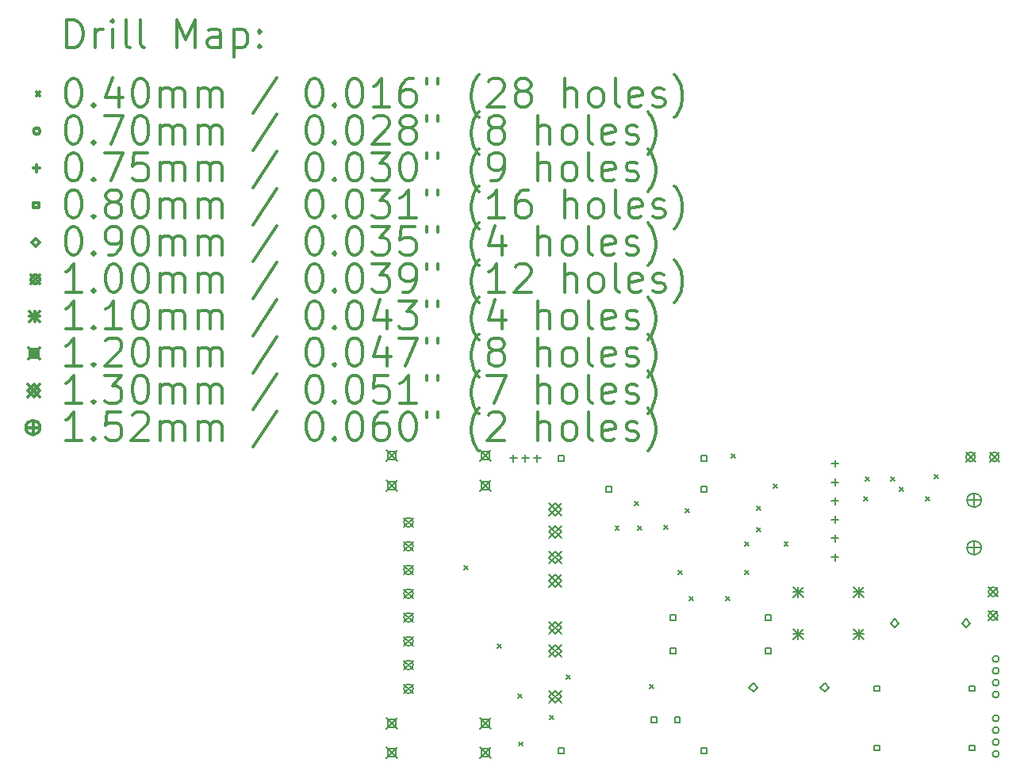
<source format=gbr>
%FSLAX45Y45*%
G04 Gerber Fmt 4.5, Leading zero omitted, Abs format (unit mm)*
G04 Created by KiCad (PCBNEW 5.1.5+dfsg1-2build2) date 2022-06-14 14:03:17*
%MOMM*%
%LPD*%
G04 APERTURE LIST*
%ADD10C,0.200000*%
%ADD11C,0.300000*%
G04 APERTURE END LIST*
D10*
X4526600Y-5999800D02*
X4566600Y-6039800D01*
X4566600Y-5999800D02*
X4526600Y-6039800D01*
X4882200Y-6838000D02*
X4922200Y-6878000D01*
X4922200Y-6838000D02*
X4882200Y-6878000D01*
X5105000Y-7370000D02*
X5145000Y-7410000D01*
X5145000Y-7370000D02*
X5105000Y-7410000D01*
X5110800Y-7885750D02*
X5150800Y-7925750D01*
X5150800Y-7885750D02*
X5110800Y-7925750D01*
X5441000Y-7600000D02*
X5481000Y-7640000D01*
X5481000Y-7600000D02*
X5441000Y-7640000D01*
X5618800Y-7168200D02*
X5658800Y-7208200D01*
X5658800Y-7168200D02*
X5618800Y-7208200D01*
X6140000Y-5580000D02*
X6180000Y-5620000D01*
X6180000Y-5580000D02*
X6140000Y-5620000D01*
X6350000Y-5312700D02*
X6390000Y-5352700D01*
X6390000Y-5312700D02*
X6350000Y-5352700D01*
X6380000Y-5580000D02*
X6420000Y-5620000D01*
X6420000Y-5580000D02*
X6380000Y-5620000D01*
X6507800Y-7269800D02*
X6547800Y-7309800D01*
X6547800Y-7269800D02*
X6507800Y-7309800D01*
X6660200Y-5568000D02*
X6700200Y-5608000D01*
X6700200Y-5568000D02*
X6660200Y-5608000D01*
X6812600Y-6050600D02*
X6852600Y-6090600D01*
X6852600Y-6050600D02*
X6812600Y-6090600D01*
X6888800Y-5390200D02*
X6928800Y-5430200D01*
X6928800Y-5390200D02*
X6888800Y-5430200D01*
X6930000Y-6330000D02*
X6970000Y-6370000D01*
X6970000Y-6330000D02*
X6930000Y-6370000D01*
X7320000Y-6330000D02*
X7360000Y-6370000D01*
X7360000Y-6330000D02*
X7320000Y-6370000D01*
X7380000Y-4805000D02*
X7420000Y-4845000D01*
X7420000Y-4805000D02*
X7380000Y-4845000D01*
X7523800Y-5745800D02*
X7563800Y-5785800D01*
X7563800Y-5745800D02*
X7523800Y-5785800D01*
X7523800Y-6050600D02*
X7563800Y-6090600D01*
X7563800Y-6050600D02*
X7523800Y-6090600D01*
X7654000Y-5363200D02*
X7694000Y-5403200D01*
X7694000Y-5363200D02*
X7654000Y-5403200D01*
X7654000Y-5591800D02*
X7694000Y-5631800D01*
X7694000Y-5591800D02*
X7654000Y-5631800D01*
X7830000Y-5130000D02*
X7870000Y-5170000D01*
X7870000Y-5130000D02*
X7830000Y-5170000D01*
X7942100Y-5747900D02*
X7982100Y-5787900D01*
X7982100Y-5747900D02*
X7942100Y-5787900D01*
X8793800Y-5263200D02*
X8833800Y-5303200D01*
X8833800Y-5263200D02*
X8793800Y-5303200D01*
X8810000Y-5050000D02*
X8850000Y-5090000D01*
X8850000Y-5050000D02*
X8810000Y-5090000D01*
X9080000Y-5050000D02*
X9120000Y-5090000D01*
X9120000Y-5050000D02*
X9080000Y-5090000D01*
X9177800Y-5160000D02*
X9217800Y-5200000D01*
X9217800Y-5160000D02*
X9177800Y-5200000D01*
X9454200Y-5263200D02*
X9494200Y-5303200D01*
X9494200Y-5263200D02*
X9454200Y-5303200D01*
X9550000Y-5030000D02*
X9590000Y-5070000D01*
X9590000Y-5030000D02*
X9550000Y-5070000D01*
X10236100Y-7631100D02*
G75*
G03X10236100Y-7631100I-35000J0D01*
G01*
X10236100Y-7758100D02*
G75*
G03X10236100Y-7758100I-35000J0D01*
G01*
X10236100Y-7885100D02*
G75*
G03X10236100Y-7885100I-35000J0D01*
G01*
X10236100Y-8012100D02*
G75*
G03X10236100Y-8012100I-35000J0D01*
G01*
X10236100Y-6996100D02*
G75*
G03X10236100Y-6996100I-35000J0D01*
G01*
X10236100Y-7123100D02*
G75*
G03X10236100Y-7123100I-35000J0D01*
G01*
X10236100Y-7250100D02*
G75*
G03X10236100Y-7250100I-35000J0D01*
G01*
X10236100Y-7377100D02*
G75*
G03X10236100Y-7377100I-35000J0D01*
G01*
X5054600Y-4813900D02*
X5054600Y-4888900D01*
X5017100Y-4851400D02*
X5092100Y-4851400D01*
X5181600Y-4813900D02*
X5181600Y-4888900D01*
X5144100Y-4851400D02*
X5219100Y-4851400D01*
X5308600Y-4813900D02*
X5308600Y-4888900D01*
X5271100Y-4851400D02*
X5346100Y-4851400D01*
X8484200Y-4870000D02*
X8484200Y-4945000D01*
X8446700Y-4907500D02*
X8521700Y-4907500D01*
X8484200Y-5070000D02*
X8484200Y-5145000D01*
X8446700Y-5107500D02*
X8521700Y-5107500D01*
X8484200Y-5270000D02*
X8484200Y-5345000D01*
X8446700Y-5307500D02*
X8521700Y-5307500D01*
X8484200Y-5470000D02*
X8484200Y-5545000D01*
X8446700Y-5507500D02*
X8521700Y-5507500D01*
X8484200Y-5670000D02*
X8484200Y-5745000D01*
X8446700Y-5707500D02*
X8521700Y-5707500D01*
X8484200Y-5870000D02*
X8484200Y-5945000D01*
X8446700Y-5907500D02*
X8521700Y-5907500D01*
X6581484Y-7673684D02*
X6581484Y-7617115D01*
X6524915Y-7617115D01*
X6524915Y-7673684D01*
X6581484Y-7673684D01*
X6831484Y-7673684D02*
X6831484Y-7617115D01*
X6774915Y-7617115D01*
X6774915Y-7673684D01*
X6831484Y-7673684D01*
X6784684Y-6581484D02*
X6784684Y-6524915D01*
X6728115Y-6524915D01*
X6728115Y-6581484D01*
X6784684Y-6581484D01*
X7800684Y-6581484D02*
X7800684Y-6524915D01*
X7744115Y-6524915D01*
X7744115Y-6581484D01*
X7800684Y-6581484D01*
X5590885Y-4879685D02*
X5590885Y-4823116D01*
X5534316Y-4823116D01*
X5534316Y-4879685D01*
X5590885Y-4879685D01*
X7114884Y-4879685D02*
X7114884Y-4823116D01*
X7058315Y-4823116D01*
X7058315Y-4879685D01*
X7114884Y-4879685D01*
X5590885Y-8003884D02*
X5590885Y-7947315D01*
X5534316Y-7947315D01*
X5534316Y-8003884D01*
X5590885Y-8003884D01*
X7114884Y-8003884D02*
X7114884Y-7947315D01*
X7058315Y-7947315D01*
X7058315Y-8003884D01*
X7114884Y-8003884D01*
X8959385Y-7341884D02*
X8959385Y-7285315D01*
X8902816Y-7285315D01*
X8902816Y-7341884D01*
X8959385Y-7341884D01*
X9975385Y-7341884D02*
X9975385Y-7285315D01*
X9918816Y-7285315D01*
X9918816Y-7341884D01*
X9975385Y-7341884D01*
X8959385Y-7976884D02*
X8959385Y-7920315D01*
X8902816Y-7920315D01*
X8902816Y-7976884D01*
X8959385Y-7976884D01*
X9975385Y-7976884D02*
X9975385Y-7920315D01*
X9918816Y-7920315D01*
X9918816Y-7976884D01*
X9975385Y-7976884D01*
X6784684Y-6937084D02*
X6784684Y-6880515D01*
X6728115Y-6880515D01*
X6728115Y-6937084D01*
X6784684Y-6937084D01*
X7800684Y-6937084D02*
X7800684Y-6880515D01*
X7744115Y-6880515D01*
X7744115Y-6937084D01*
X7800684Y-6937084D01*
X6098884Y-5209885D02*
X6098884Y-5153316D01*
X6042315Y-5153316D01*
X6042315Y-5209885D01*
X6098884Y-5209885D01*
X7114884Y-5209885D02*
X7114884Y-5153316D01*
X7058315Y-5153316D01*
X7058315Y-5209885D01*
X7114884Y-5209885D01*
X7613000Y-7345000D02*
X7658000Y-7300000D01*
X7613000Y-7255000D01*
X7568000Y-7300000D01*
X7613000Y-7345000D01*
X8375000Y-7345000D02*
X8420000Y-7300000D01*
X8375000Y-7255000D01*
X8330000Y-7300000D01*
X8375000Y-7345000D01*
X9121600Y-6660100D02*
X9166600Y-6615100D01*
X9121600Y-6570100D01*
X9076600Y-6615100D01*
X9121600Y-6660100D01*
X9883600Y-6660100D02*
X9928600Y-6615100D01*
X9883600Y-6570100D01*
X9838600Y-6615100D01*
X9883600Y-6660100D01*
X3883000Y-5488000D02*
X3983000Y-5588000D01*
X3983000Y-5488000D02*
X3883000Y-5588000D01*
X3983000Y-5538000D02*
G75*
G03X3983000Y-5538000I-50000J0D01*
G01*
X3883000Y-5742000D02*
X3983000Y-5842000D01*
X3983000Y-5742000D02*
X3883000Y-5842000D01*
X3983000Y-5792000D02*
G75*
G03X3983000Y-5792000I-50000J0D01*
G01*
X3883000Y-7012000D02*
X3983000Y-7112000D01*
X3983000Y-7012000D02*
X3883000Y-7112000D01*
X3983000Y-7062000D02*
G75*
G03X3983000Y-7062000I-50000J0D01*
G01*
X3883000Y-7266000D02*
X3983000Y-7366000D01*
X3983000Y-7266000D02*
X3883000Y-7366000D01*
X3983000Y-7316000D02*
G75*
G03X3983000Y-7316000I-50000J0D01*
G01*
X10123800Y-6228500D02*
X10223800Y-6328500D01*
X10223800Y-6228500D02*
X10123800Y-6328500D01*
X10223800Y-6278500D02*
G75*
G03X10223800Y-6278500I-50000J0D01*
G01*
X10123800Y-6482500D02*
X10223800Y-6582500D01*
X10223800Y-6482500D02*
X10123800Y-6582500D01*
X10223800Y-6532500D02*
G75*
G03X10223800Y-6532500I-50000J0D01*
G01*
X3883000Y-5996000D02*
X3983000Y-6096000D01*
X3983000Y-5996000D02*
X3883000Y-6096000D01*
X3983000Y-6046000D02*
G75*
G03X3983000Y-6046000I-50000J0D01*
G01*
X3883000Y-6250000D02*
X3983000Y-6350000D01*
X3983000Y-6250000D02*
X3883000Y-6350000D01*
X3983000Y-6300000D02*
G75*
G03X3983000Y-6300000I-50000J0D01*
G01*
X3883000Y-6504000D02*
X3983000Y-6604000D01*
X3983000Y-6504000D02*
X3883000Y-6604000D01*
X3983000Y-6554000D02*
G75*
G03X3983000Y-6554000I-50000J0D01*
G01*
X3883000Y-6758000D02*
X3983000Y-6858000D01*
X3983000Y-6758000D02*
X3883000Y-6858000D01*
X3983000Y-6808000D02*
G75*
G03X3983000Y-6808000I-50000J0D01*
G01*
X9882600Y-4787100D02*
X9982600Y-4887100D01*
X9982600Y-4787100D02*
X9882600Y-4887100D01*
X9982600Y-4837100D02*
G75*
G03X9982600Y-4837100I-50000J0D01*
G01*
X10136600Y-4787100D02*
X10236600Y-4887100D01*
X10236600Y-4787100D02*
X10136600Y-4887100D01*
X10236600Y-4837100D02*
G75*
G03X10236600Y-4837100I-50000J0D01*
G01*
X8035800Y-6224400D02*
X8145800Y-6334400D01*
X8145800Y-6224400D02*
X8035800Y-6334400D01*
X8090800Y-6224400D02*
X8090800Y-6334400D01*
X8035800Y-6279400D02*
X8145800Y-6279400D01*
X8035800Y-6674400D02*
X8145800Y-6784400D01*
X8145800Y-6674400D02*
X8035800Y-6784400D01*
X8090800Y-6674400D02*
X8090800Y-6784400D01*
X8035800Y-6729400D02*
X8145800Y-6729400D01*
X8685800Y-6224400D02*
X8795800Y-6334400D01*
X8795800Y-6224400D02*
X8685800Y-6334400D01*
X8740800Y-6224400D02*
X8740800Y-6334400D01*
X8685800Y-6279400D02*
X8795800Y-6279400D01*
X8685800Y-6674400D02*
X8795800Y-6784400D01*
X8795800Y-6674400D02*
X8685800Y-6784400D01*
X8740800Y-6674400D02*
X8740800Y-6784400D01*
X8685800Y-6729400D02*
X8795800Y-6729400D01*
X3694556Y-5083556D02*
X3814444Y-5203444D01*
X3814444Y-5083556D02*
X3694556Y-5203444D01*
X3796887Y-5185887D02*
X3796887Y-5101113D01*
X3712113Y-5101113D01*
X3712113Y-5185887D01*
X3796887Y-5185887D01*
X4694556Y-5083556D02*
X4814444Y-5203444D01*
X4814444Y-5083556D02*
X4694556Y-5203444D01*
X4796887Y-5185887D02*
X4796887Y-5101113D01*
X4712113Y-5101113D01*
X4712113Y-5185887D01*
X4796887Y-5185887D01*
X3694556Y-7941056D02*
X3814444Y-8060944D01*
X3814444Y-7941056D02*
X3694556Y-8060944D01*
X3796887Y-8043387D02*
X3796887Y-7958613D01*
X3712113Y-7958613D01*
X3712113Y-8043387D01*
X3796887Y-8043387D01*
X4694556Y-7941056D02*
X4814444Y-8060944D01*
X4814444Y-7941056D02*
X4694556Y-8060944D01*
X4796887Y-8043387D02*
X4796887Y-7958613D01*
X4712113Y-7958613D01*
X4712113Y-8043387D01*
X4796887Y-8043387D01*
X3694556Y-4766056D02*
X3814444Y-4885944D01*
X3814444Y-4766056D02*
X3694556Y-4885944D01*
X3796887Y-4868387D02*
X3796887Y-4783613D01*
X3712113Y-4783613D01*
X3712113Y-4868387D01*
X3796887Y-4868387D01*
X4694556Y-4766056D02*
X4814444Y-4885944D01*
X4814444Y-4766056D02*
X4694556Y-4885944D01*
X4796887Y-4868387D02*
X4796887Y-4783613D01*
X4712113Y-4783613D01*
X4712113Y-4868387D01*
X4796887Y-4868387D01*
X3694556Y-7623556D02*
X3814444Y-7743444D01*
X3814444Y-7623556D02*
X3694556Y-7743444D01*
X3796887Y-7725887D02*
X3796887Y-7641113D01*
X3712113Y-7641113D01*
X3712113Y-7725887D01*
X3796887Y-7725887D01*
X4694556Y-7623556D02*
X4814444Y-7743444D01*
X4814444Y-7623556D02*
X4694556Y-7743444D01*
X4796887Y-7725887D02*
X4796887Y-7641113D01*
X4712113Y-7641113D01*
X4712113Y-7725887D01*
X4796887Y-7725887D01*
X5434500Y-6597000D02*
X5564500Y-6727000D01*
X5564500Y-6597000D02*
X5434500Y-6727000D01*
X5499500Y-6727000D02*
X5564500Y-6662000D01*
X5499500Y-6597000D01*
X5434500Y-6662000D01*
X5499500Y-6727000D01*
X5435000Y-5573800D02*
X5565000Y-5703800D01*
X5565000Y-5573800D02*
X5435000Y-5703800D01*
X5500000Y-5703800D02*
X5565000Y-5638800D01*
X5500000Y-5573800D01*
X5435000Y-5638800D01*
X5500000Y-5703800D01*
X5434500Y-6097000D02*
X5564500Y-6227000D01*
X5564500Y-6097000D02*
X5434500Y-6227000D01*
X5499500Y-6227000D02*
X5564500Y-6162000D01*
X5499500Y-6097000D01*
X5434500Y-6162000D01*
X5499500Y-6227000D01*
X5435000Y-7335000D02*
X5565000Y-7465000D01*
X5565000Y-7335000D02*
X5435000Y-7465000D01*
X5500000Y-7465000D02*
X5565000Y-7400000D01*
X5500000Y-7335000D01*
X5435000Y-7400000D01*
X5500000Y-7465000D01*
X5435000Y-5335000D02*
X5565000Y-5465000D01*
X5565000Y-5335000D02*
X5435000Y-5465000D01*
X5500000Y-5465000D02*
X5565000Y-5400000D01*
X5500000Y-5335000D01*
X5435000Y-5400000D01*
X5500000Y-5465000D01*
X5434500Y-5847000D02*
X5564500Y-5977000D01*
X5564500Y-5847000D02*
X5434500Y-5977000D01*
X5499500Y-5977000D02*
X5564500Y-5912000D01*
X5499500Y-5847000D01*
X5434500Y-5912000D01*
X5499500Y-5977000D01*
X5434500Y-6847000D02*
X5564500Y-6977000D01*
X5564500Y-6847000D02*
X5434500Y-6977000D01*
X5499500Y-6977000D02*
X5564500Y-6912000D01*
X5499500Y-6847000D01*
X5434500Y-6912000D01*
X5499500Y-6977000D01*
X9970600Y-5224600D02*
X9970600Y-5376600D01*
X9894600Y-5300600D02*
X10046600Y-5300600D01*
X10046600Y-5300600D02*
G75*
G03X10046600Y-5300600I-76000J0D01*
G01*
X9970600Y-5732600D02*
X9970600Y-5884600D01*
X9894600Y-5808600D02*
X10046600Y-5808600D01*
X10046600Y-5808600D02*
G75*
G03X10046600Y-5808600I-76000J0D01*
G01*
D11*
X286429Y-465714D02*
X286429Y-165714D01*
X357857Y-165714D01*
X400714Y-180000D01*
X429286Y-208571D01*
X443571Y-237143D01*
X457857Y-294286D01*
X457857Y-337143D01*
X443571Y-394286D01*
X429286Y-422857D01*
X400714Y-451428D01*
X357857Y-465714D01*
X286429Y-465714D01*
X586429Y-465714D02*
X586429Y-265714D01*
X586429Y-322857D02*
X600714Y-294286D01*
X615000Y-280000D01*
X643571Y-265714D01*
X672143Y-265714D01*
X772143Y-465714D02*
X772143Y-265714D01*
X772143Y-165714D02*
X757857Y-180000D01*
X772143Y-194286D01*
X786428Y-180000D01*
X772143Y-165714D01*
X772143Y-194286D01*
X957857Y-465714D02*
X929286Y-451428D01*
X915000Y-422857D01*
X915000Y-165714D01*
X1115000Y-465714D02*
X1086429Y-451428D01*
X1072143Y-422857D01*
X1072143Y-165714D01*
X1457857Y-465714D02*
X1457857Y-165714D01*
X1557857Y-380000D01*
X1657857Y-165714D01*
X1657857Y-465714D01*
X1929286Y-465714D02*
X1929286Y-308571D01*
X1915000Y-280000D01*
X1886428Y-265714D01*
X1829286Y-265714D01*
X1800714Y-280000D01*
X1929286Y-451428D02*
X1900714Y-465714D01*
X1829286Y-465714D01*
X1800714Y-451428D01*
X1786428Y-422857D01*
X1786428Y-394286D01*
X1800714Y-365714D01*
X1829286Y-351428D01*
X1900714Y-351428D01*
X1929286Y-337143D01*
X2072143Y-265714D02*
X2072143Y-565714D01*
X2072143Y-280000D02*
X2100714Y-265714D01*
X2157857Y-265714D01*
X2186429Y-280000D01*
X2200714Y-294286D01*
X2215000Y-322857D01*
X2215000Y-408571D01*
X2200714Y-437143D01*
X2186429Y-451428D01*
X2157857Y-465714D01*
X2100714Y-465714D01*
X2072143Y-451428D01*
X2343571Y-437143D02*
X2357857Y-451428D01*
X2343571Y-465714D01*
X2329286Y-451428D01*
X2343571Y-437143D01*
X2343571Y-465714D01*
X2343571Y-280000D02*
X2357857Y-294286D01*
X2343571Y-308571D01*
X2329286Y-294286D01*
X2343571Y-280000D01*
X2343571Y-308571D01*
X-40000Y-940000D02*
X0Y-980000D01*
X0Y-940000D02*
X-40000Y-980000D01*
X343571Y-795714D02*
X372143Y-795714D01*
X400714Y-810000D01*
X415000Y-824286D01*
X429286Y-852857D01*
X443571Y-910000D01*
X443571Y-981428D01*
X429286Y-1038571D01*
X415000Y-1067143D01*
X400714Y-1081429D01*
X372143Y-1095714D01*
X343571Y-1095714D01*
X315000Y-1081429D01*
X300714Y-1067143D01*
X286429Y-1038571D01*
X272143Y-981428D01*
X272143Y-910000D01*
X286429Y-852857D01*
X300714Y-824286D01*
X315000Y-810000D01*
X343571Y-795714D01*
X572143Y-1067143D02*
X586429Y-1081429D01*
X572143Y-1095714D01*
X557857Y-1081429D01*
X572143Y-1067143D01*
X572143Y-1095714D01*
X843571Y-895714D02*
X843571Y-1095714D01*
X772143Y-781428D02*
X700714Y-995714D01*
X886428Y-995714D01*
X1057857Y-795714D02*
X1086429Y-795714D01*
X1115000Y-810000D01*
X1129286Y-824286D01*
X1143571Y-852857D01*
X1157857Y-910000D01*
X1157857Y-981428D01*
X1143571Y-1038571D01*
X1129286Y-1067143D01*
X1115000Y-1081429D01*
X1086429Y-1095714D01*
X1057857Y-1095714D01*
X1029286Y-1081429D01*
X1015000Y-1067143D01*
X1000714Y-1038571D01*
X986428Y-981428D01*
X986428Y-910000D01*
X1000714Y-852857D01*
X1015000Y-824286D01*
X1029286Y-810000D01*
X1057857Y-795714D01*
X1286429Y-1095714D02*
X1286429Y-895714D01*
X1286429Y-924286D02*
X1300714Y-910000D01*
X1329286Y-895714D01*
X1372143Y-895714D01*
X1400714Y-910000D01*
X1415000Y-938571D01*
X1415000Y-1095714D01*
X1415000Y-938571D02*
X1429286Y-910000D01*
X1457857Y-895714D01*
X1500714Y-895714D01*
X1529286Y-910000D01*
X1543571Y-938571D01*
X1543571Y-1095714D01*
X1686428Y-1095714D02*
X1686428Y-895714D01*
X1686428Y-924286D02*
X1700714Y-910000D01*
X1729286Y-895714D01*
X1772143Y-895714D01*
X1800714Y-910000D01*
X1815000Y-938571D01*
X1815000Y-1095714D01*
X1815000Y-938571D02*
X1829286Y-910000D01*
X1857857Y-895714D01*
X1900714Y-895714D01*
X1929286Y-910000D01*
X1943571Y-938571D01*
X1943571Y-1095714D01*
X2529286Y-781428D02*
X2272143Y-1167143D01*
X2915000Y-795714D02*
X2943571Y-795714D01*
X2972143Y-810000D01*
X2986428Y-824286D01*
X3000714Y-852857D01*
X3015000Y-910000D01*
X3015000Y-981428D01*
X3000714Y-1038571D01*
X2986428Y-1067143D01*
X2972143Y-1081429D01*
X2943571Y-1095714D01*
X2915000Y-1095714D01*
X2886428Y-1081429D01*
X2872143Y-1067143D01*
X2857857Y-1038571D01*
X2843571Y-981428D01*
X2843571Y-910000D01*
X2857857Y-852857D01*
X2872143Y-824286D01*
X2886428Y-810000D01*
X2915000Y-795714D01*
X3143571Y-1067143D02*
X3157857Y-1081429D01*
X3143571Y-1095714D01*
X3129286Y-1081429D01*
X3143571Y-1067143D01*
X3143571Y-1095714D01*
X3343571Y-795714D02*
X3372143Y-795714D01*
X3400714Y-810000D01*
X3415000Y-824286D01*
X3429286Y-852857D01*
X3443571Y-910000D01*
X3443571Y-981428D01*
X3429286Y-1038571D01*
X3415000Y-1067143D01*
X3400714Y-1081429D01*
X3372143Y-1095714D01*
X3343571Y-1095714D01*
X3315000Y-1081429D01*
X3300714Y-1067143D01*
X3286428Y-1038571D01*
X3272143Y-981428D01*
X3272143Y-910000D01*
X3286428Y-852857D01*
X3300714Y-824286D01*
X3315000Y-810000D01*
X3343571Y-795714D01*
X3729286Y-1095714D02*
X3557857Y-1095714D01*
X3643571Y-1095714D02*
X3643571Y-795714D01*
X3615000Y-838571D01*
X3586428Y-867143D01*
X3557857Y-881428D01*
X3986428Y-795714D02*
X3929286Y-795714D01*
X3900714Y-810000D01*
X3886428Y-824286D01*
X3857857Y-867143D01*
X3843571Y-924286D01*
X3843571Y-1038571D01*
X3857857Y-1067143D01*
X3872143Y-1081429D01*
X3900714Y-1095714D01*
X3957857Y-1095714D01*
X3986428Y-1081429D01*
X4000714Y-1067143D01*
X4015000Y-1038571D01*
X4015000Y-967143D01*
X4000714Y-938571D01*
X3986428Y-924286D01*
X3957857Y-910000D01*
X3900714Y-910000D01*
X3872143Y-924286D01*
X3857857Y-938571D01*
X3843571Y-967143D01*
X4129286Y-795714D02*
X4129286Y-852857D01*
X4243571Y-795714D02*
X4243571Y-852857D01*
X4686429Y-1210000D02*
X4672143Y-1195714D01*
X4643571Y-1152857D01*
X4629286Y-1124286D01*
X4615000Y-1081429D01*
X4600714Y-1010000D01*
X4600714Y-952857D01*
X4615000Y-881428D01*
X4629286Y-838571D01*
X4643571Y-810000D01*
X4672143Y-767143D01*
X4686429Y-752857D01*
X4786429Y-824286D02*
X4800714Y-810000D01*
X4829286Y-795714D01*
X4900714Y-795714D01*
X4929286Y-810000D01*
X4943571Y-824286D01*
X4957857Y-852857D01*
X4957857Y-881428D01*
X4943571Y-924286D01*
X4772143Y-1095714D01*
X4957857Y-1095714D01*
X5129286Y-924286D02*
X5100714Y-910000D01*
X5086429Y-895714D01*
X5072143Y-867143D01*
X5072143Y-852857D01*
X5086429Y-824286D01*
X5100714Y-810000D01*
X5129286Y-795714D01*
X5186429Y-795714D01*
X5215000Y-810000D01*
X5229286Y-824286D01*
X5243571Y-852857D01*
X5243571Y-867143D01*
X5229286Y-895714D01*
X5215000Y-910000D01*
X5186429Y-924286D01*
X5129286Y-924286D01*
X5100714Y-938571D01*
X5086429Y-952857D01*
X5072143Y-981428D01*
X5072143Y-1038571D01*
X5086429Y-1067143D01*
X5100714Y-1081429D01*
X5129286Y-1095714D01*
X5186429Y-1095714D01*
X5215000Y-1081429D01*
X5229286Y-1067143D01*
X5243571Y-1038571D01*
X5243571Y-981428D01*
X5229286Y-952857D01*
X5215000Y-938571D01*
X5186429Y-924286D01*
X5600714Y-1095714D02*
X5600714Y-795714D01*
X5729286Y-1095714D02*
X5729286Y-938571D01*
X5715000Y-910000D01*
X5686428Y-895714D01*
X5643571Y-895714D01*
X5615000Y-910000D01*
X5600714Y-924286D01*
X5915000Y-1095714D02*
X5886428Y-1081429D01*
X5872143Y-1067143D01*
X5857857Y-1038571D01*
X5857857Y-952857D01*
X5872143Y-924286D01*
X5886428Y-910000D01*
X5915000Y-895714D01*
X5957857Y-895714D01*
X5986428Y-910000D01*
X6000714Y-924286D01*
X6015000Y-952857D01*
X6015000Y-1038571D01*
X6000714Y-1067143D01*
X5986428Y-1081429D01*
X5957857Y-1095714D01*
X5915000Y-1095714D01*
X6186428Y-1095714D02*
X6157857Y-1081429D01*
X6143571Y-1052857D01*
X6143571Y-795714D01*
X6415000Y-1081429D02*
X6386428Y-1095714D01*
X6329286Y-1095714D01*
X6300714Y-1081429D01*
X6286428Y-1052857D01*
X6286428Y-938571D01*
X6300714Y-910000D01*
X6329286Y-895714D01*
X6386428Y-895714D01*
X6415000Y-910000D01*
X6429286Y-938571D01*
X6429286Y-967143D01*
X6286428Y-995714D01*
X6543571Y-1081429D02*
X6572143Y-1095714D01*
X6629286Y-1095714D01*
X6657857Y-1081429D01*
X6672143Y-1052857D01*
X6672143Y-1038571D01*
X6657857Y-1010000D01*
X6629286Y-995714D01*
X6586428Y-995714D01*
X6557857Y-981428D01*
X6543571Y-952857D01*
X6543571Y-938571D01*
X6557857Y-910000D01*
X6586428Y-895714D01*
X6629286Y-895714D01*
X6657857Y-910000D01*
X6772143Y-1210000D02*
X6786428Y-1195714D01*
X6815000Y-1152857D01*
X6829286Y-1124286D01*
X6843571Y-1081429D01*
X6857857Y-1010000D01*
X6857857Y-952857D01*
X6843571Y-881428D01*
X6829286Y-838571D01*
X6815000Y-810000D01*
X6786428Y-767143D01*
X6772143Y-752857D01*
X0Y-1356000D02*
G75*
G03X0Y-1356000I-35000J0D01*
G01*
X343571Y-1191714D02*
X372143Y-1191714D01*
X400714Y-1206000D01*
X415000Y-1220286D01*
X429286Y-1248857D01*
X443571Y-1306000D01*
X443571Y-1377429D01*
X429286Y-1434571D01*
X415000Y-1463143D01*
X400714Y-1477428D01*
X372143Y-1491714D01*
X343571Y-1491714D01*
X315000Y-1477428D01*
X300714Y-1463143D01*
X286429Y-1434571D01*
X272143Y-1377429D01*
X272143Y-1306000D01*
X286429Y-1248857D01*
X300714Y-1220286D01*
X315000Y-1206000D01*
X343571Y-1191714D01*
X572143Y-1463143D02*
X586429Y-1477428D01*
X572143Y-1491714D01*
X557857Y-1477428D01*
X572143Y-1463143D01*
X572143Y-1491714D01*
X686429Y-1191714D02*
X886428Y-1191714D01*
X757857Y-1491714D01*
X1057857Y-1191714D02*
X1086429Y-1191714D01*
X1115000Y-1206000D01*
X1129286Y-1220286D01*
X1143571Y-1248857D01*
X1157857Y-1306000D01*
X1157857Y-1377429D01*
X1143571Y-1434571D01*
X1129286Y-1463143D01*
X1115000Y-1477428D01*
X1086429Y-1491714D01*
X1057857Y-1491714D01*
X1029286Y-1477428D01*
X1015000Y-1463143D01*
X1000714Y-1434571D01*
X986428Y-1377429D01*
X986428Y-1306000D01*
X1000714Y-1248857D01*
X1015000Y-1220286D01*
X1029286Y-1206000D01*
X1057857Y-1191714D01*
X1286429Y-1491714D02*
X1286429Y-1291714D01*
X1286429Y-1320286D02*
X1300714Y-1306000D01*
X1329286Y-1291714D01*
X1372143Y-1291714D01*
X1400714Y-1306000D01*
X1415000Y-1334571D01*
X1415000Y-1491714D01*
X1415000Y-1334571D02*
X1429286Y-1306000D01*
X1457857Y-1291714D01*
X1500714Y-1291714D01*
X1529286Y-1306000D01*
X1543571Y-1334571D01*
X1543571Y-1491714D01*
X1686428Y-1491714D02*
X1686428Y-1291714D01*
X1686428Y-1320286D02*
X1700714Y-1306000D01*
X1729286Y-1291714D01*
X1772143Y-1291714D01*
X1800714Y-1306000D01*
X1815000Y-1334571D01*
X1815000Y-1491714D01*
X1815000Y-1334571D02*
X1829286Y-1306000D01*
X1857857Y-1291714D01*
X1900714Y-1291714D01*
X1929286Y-1306000D01*
X1943571Y-1334571D01*
X1943571Y-1491714D01*
X2529286Y-1177429D02*
X2272143Y-1563143D01*
X2915000Y-1191714D02*
X2943571Y-1191714D01*
X2972143Y-1206000D01*
X2986428Y-1220286D01*
X3000714Y-1248857D01*
X3015000Y-1306000D01*
X3015000Y-1377429D01*
X3000714Y-1434571D01*
X2986428Y-1463143D01*
X2972143Y-1477428D01*
X2943571Y-1491714D01*
X2915000Y-1491714D01*
X2886428Y-1477428D01*
X2872143Y-1463143D01*
X2857857Y-1434571D01*
X2843571Y-1377429D01*
X2843571Y-1306000D01*
X2857857Y-1248857D01*
X2872143Y-1220286D01*
X2886428Y-1206000D01*
X2915000Y-1191714D01*
X3143571Y-1463143D02*
X3157857Y-1477428D01*
X3143571Y-1491714D01*
X3129286Y-1477428D01*
X3143571Y-1463143D01*
X3143571Y-1491714D01*
X3343571Y-1191714D02*
X3372143Y-1191714D01*
X3400714Y-1206000D01*
X3415000Y-1220286D01*
X3429286Y-1248857D01*
X3443571Y-1306000D01*
X3443571Y-1377429D01*
X3429286Y-1434571D01*
X3415000Y-1463143D01*
X3400714Y-1477428D01*
X3372143Y-1491714D01*
X3343571Y-1491714D01*
X3315000Y-1477428D01*
X3300714Y-1463143D01*
X3286428Y-1434571D01*
X3272143Y-1377429D01*
X3272143Y-1306000D01*
X3286428Y-1248857D01*
X3300714Y-1220286D01*
X3315000Y-1206000D01*
X3343571Y-1191714D01*
X3557857Y-1220286D02*
X3572143Y-1206000D01*
X3600714Y-1191714D01*
X3672143Y-1191714D01*
X3700714Y-1206000D01*
X3715000Y-1220286D01*
X3729286Y-1248857D01*
X3729286Y-1277429D01*
X3715000Y-1320286D01*
X3543571Y-1491714D01*
X3729286Y-1491714D01*
X3900714Y-1320286D02*
X3872143Y-1306000D01*
X3857857Y-1291714D01*
X3843571Y-1263143D01*
X3843571Y-1248857D01*
X3857857Y-1220286D01*
X3872143Y-1206000D01*
X3900714Y-1191714D01*
X3957857Y-1191714D01*
X3986428Y-1206000D01*
X4000714Y-1220286D01*
X4015000Y-1248857D01*
X4015000Y-1263143D01*
X4000714Y-1291714D01*
X3986428Y-1306000D01*
X3957857Y-1320286D01*
X3900714Y-1320286D01*
X3872143Y-1334571D01*
X3857857Y-1348857D01*
X3843571Y-1377429D01*
X3843571Y-1434571D01*
X3857857Y-1463143D01*
X3872143Y-1477428D01*
X3900714Y-1491714D01*
X3957857Y-1491714D01*
X3986428Y-1477428D01*
X4000714Y-1463143D01*
X4015000Y-1434571D01*
X4015000Y-1377429D01*
X4000714Y-1348857D01*
X3986428Y-1334571D01*
X3957857Y-1320286D01*
X4129286Y-1191714D02*
X4129286Y-1248857D01*
X4243571Y-1191714D02*
X4243571Y-1248857D01*
X4686429Y-1606000D02*
X4672143Y-1591714D01*
X4643571Y-1548857D01*
X4629286Y-1520286D01*
X4615000Y-1477428D01*
X4600714Y-1406000D01*
X4600714Y-1348857D01*
X4615000Y-1277429D01*
X4629286Y-1234571D01*
X4643571Y-1206000D01*
X4672143Y-1163143D01*
X4686429Y-1148857D01*
X4843571Y-1320286D02*
X4815000Y-1306000D01*
X4800714Y-1291714D01*
X4786429Y-1263143D01*
X4786429Y-1248857D01*
X4800714Y-1220286D01*
X4815000Y-1206000D01*
X4843571Y-1191714D01*
X4900714Y-1191714D01*
X4929286Y-1206000D01*
X4943571Y-1220286D01*
X4957857Y-1248857D01*
X4957857Y-1263143D01*
X4943571Y-1291714D01*
X4929286Y-1306000D01*
X4900714Y-1320286D01*
X4843571Y-1320286D01*
X4815000Y-1334571D01*
X4800714Y-1348857D01*
X4786429Y-1377429D01*
X4786429Y-1434571D01*
X4800714Y-1463143D01*
X4815000Y-1477428D01*
X4843571Y-1491714D01*
X4900714Y-1491714D01*
X4929286Y-1477428D01*
X4943571Y-1463143D01*
X4957857Y-1434571D01*
X4957857Y-1377429D01*
X4943571Y-1348857D01*
X4929286Y-1334571D01*
X4900714Y-1320286D01*
X5315000Y-1491714D02*
X5315000Y-1191714D01*
X5443571Y-1491714D02*
X5443571Y-1334571D01*
X5429286Y-1306000D01*
X5400714Y-1291714D01*
X5357857Y-1291714D01*
X5329286Y-1306000D01*
X5315000Y-1320286D01*
X5629286Y-1491714D02*
X5600714Y-1477428D01*
X5586429Y-1463143D01*
X5572143Y-1434571D01*
X5572143Y-1348857D01*
X5586429Y-1320286D01*
X5600714Y-1306000D01*
X5629286Y-1291714D01*
X5672143Y-1291714D01*
X5700714Y-1306000D01*
X5715000Y-1320286D01*
X5729286Y-1348857D01*
X5729286Y-1434571D01*
X5715000Y-1463143D01*
X5700714Y-1477428D01*
X5672143Y-1491714D01*
X5629286Y-1491714D01*
X5900714Y-1491714D02*
X5872143Y-1477428D01*
X5857857Y-1448857D01*
X5857857Y-1191714D01*
X6129286Y-1477428D02*
X6100714Y-1491714D01*
X6043571Y-1491714D01*
X6015000Y-1477428D01*
X6000714Y-1448857D01*
X6000714Y-1334571D01*
X6015000Y-1306000D01*
X6043571Y-1291714D01*
X6100714Y-1291714D01*
X6129286Y-1306000D01*
X6143571Y-1334571D01*
X6143571Y-1363143D01*
X6000714Y-1391714D01*
X6257857Y-1477428D02*
X6286428Y-1491714D01*
X6343571Y-1491714D01*
X6372143Y-1477428D01*
X6386428Y-1448857D01*
X6386428Y-1434571D01*
X6372143Y-1406000D01*
X6343571Y-1391714D01*
X6300714Y-1391714D01*
X6272143Y-1377429D01*
X6257857Y-1348857D01*
X6257857Y-1334571D01*
X6272143Y-1306000D01*
X6300714Y-1291714D01*
X6343571Y-1291714D01*
X6372143Y-1306000D01*
X6486428Y-1606000D02*
X6500714Y-1591714D01*
X6529286Y-1548857D01*
X6543571Y-1520286D01*
X6557857Y-1477428D01*
X6572143Y-1406000D01*
X6572143Y-1348857D01*
X6557857Y-1277429D01*
X6543571Y-1234571D01*
X6529286Y-1206000D01*
X6500714Y-1163143D01*
X6486428Y-1148857D01*
X-37500Y-1714500D02*
X-37500Y-1789500D01*
X-75000Y-1752000D02*
X0Y-1752000D01*
X343571Y-1587714D02*
X372143Y-1587714D01*
X400714Y-1602000D01*
X415000Y-1616286D01*
X429286Y-1644857D01*
X443571Y-1702000D01*
X443571Y-1773428D01*
X429286Y-1830571D01*
X415000Y-1859143D01*
X400714Y-1873428D01*
X372143Y-1887714D01*
X343571Y-1887714D01*
X315000Y-1873428D01*
X300714Y-1859143D01*
X286429Y-1830571D01*
X272143Y-1773428D01*
X272143Y-1702000D01*
X286429Y-1644857D01*
X300714Y-1616286D01*
X315000Y-1602000D01*
X343571Y-1587714D01*
X572143Y-1859143D02*
X586429Y-1873428D01*
X572143Y-1887714D01*
X557857Y-1873428D01*
X572143Y-1859143D01*
X572143Y-1887714D01*
X686429Y-1587714D02*
X886428Y-1587714D01*
X757857Y-1887714D01*
X1143571Y-1587714D02*
X1000714Y-1587714D01*
X986428Y-1730571D01*
X1000714Y-1716286D01*
X1029286Y-1702000D01*
X1100714Y-1702000D01*
X1129286Y-1716286D01*
X1143571Y-1730571D01*
X1157857Y-1759143D01*
X1157857Y-1830571D01*
X1143571Y-1859143D01*
X1129286Y-1873428D01*
X1100714Y-1887714D01*
X1029286Y-1887714D01*
X1000714Y-1873428D01*
X986428Y-1859143D01*
X1286429Y-1887714D02*
X1286429Y-1687714D01*
X1286429Y-1716286D02*
X1300714Y-1702000D01*
X1329286Y-1687714D01*
X1372143Y-1687714D01*
X1400714Y-1702000D01*
X1415000Y-1730571D01*
X1415000Y-1887714D01*
X1415000Y-1730571D02*
X1429286Y-1702000D01*
X1457857Y-1687714D01*
X1500714Y-1687714D01*
X1529286Y-1702000D01*
X1543571Y-1730571D01*
X1543571Y-1887714D01*
X1686428Y-1887714D02*
X1686428Y-1687714D01*
X1686428Y-1716286D02*
X1700714Y-1702000D01*
X1729286Y-1687714D01*
X1772143Y-1687714D01*
X1800714Y-1702000D01*
X1815000Y-1730571D01*
X1815000Y-1887714D01*
X1815000Y-1730571D02*
X1829286Y-1702000D01*
X1857857Y-1687714D01*
X1900714Y-1687714D01*
X1929286Y-1702000D01*
X1943571Y-1730571D01*
X1943571Y-1887714D01*
X2529286Y-1573428D02*
X2272143Y-1959143D01*
X2915000Y-1587714D02*
X2943571Y-1587714D01*
X2972143Y-1602000D01*
X2986428Y-1616286D01*
X3000714Y-1644857D01*
X3015000Y-1702000D01*
X3015000Y-1773428D01*
X3000714Y-1830571D01*
X2986428Y-1859143D01*
X2972143Y-1873428D01*
X2943571Y-1887714D01*
X2915000Y-1887714D01*
X2886428Y-1873428D01*
X2872143Y-1859143D01*
X2857857Y-1830571D01*
X2843571Y-1773428D01*
X2843571Y-1702000D01*
X2857857Y-1644857D01*
X2872143Y-1616286D01*
X2886428Y-1602000D01*
X2915000Y-1587714D01*
X3143571Y-1859143D02*
X3157857Y-1873428D01*
X3143571Y-1887714D01*
X3129286Y-1873428D01*
X3143571Y-1859143D01*
X3143571Y-1887714D01*
X3343571Y-1587714D02*
X3372143Y-1587714D01*
X3400714Y-1602000D01*
X3415000Y-1616286D01*
X3429286Y-1644857D01*
X3443571Y-1702000D01*
X3443571Y-1773428D01*
X3429286Y-1830571D01*
X3415000Y-1859143D01*
X3400714Y-1873428D01*
X3372143Y-1887714D01*
X3343571Y-1887714D01*
X3315000Y-1873428D01*
X3300714Y-1859143D01*
X3286428Y-1830571D01*
X3272143Y-1773428D01*
X3272143Y-1702000D01*
X3286428Y-1644857D01*
X3300714Y-1616286D01*
X3315000Y-1602000D01*
X3343571Y-1587714D01*
X3543571Y-1587714D02*
X3729286Y-1587714D01*
X3629286Y-1702000D01*
X3672143Y-1702000D01*
X3700714Y-1716286D01*
X3715000Y-1730571D01*
X3729286Y-1759143D01*
X3729286Y-1830571D01*
X3715000Y-1859143D01*
X3700714Y-1873428D01*
X3672143Y-1887714D01*
X3586428Y-1887714D01*
X3557857Y-1873428D01*
X3543571Y-1859143D01*
X3915000Y-1587714D02*
X3943571Y-1587714D01*
X3972143Y-1602000D01*
X3986428Y-1616286D01*
X4000714Y-1644857D01*
X4015000Y-1702000D01*
X4015000Y-1773428D01*
X4000714Y-1830571D01*
X3986428Y-1859143D01*
X3972143Y-1873428D01*
X3943571Y-1887714D01*
X3915000Y-1887714D01*
X3886428Y-1873428D01*
X3872143Y-1859143D01*
X3857857Y-1830571D01*
X3843571Y-1773428D01*
X3843571Y-1702000D01*
X3857857Y-1644857D01*
X3872143Y-1616286D01*
X3886428Y-1602000D01*
X3915000Y-1587714D01*
X4129286Y-1587714D02*
X4129286Y-1644857D01*
X4243571Y-1587714D02*
X4243571Y-1644857D01*
X4686429Y-2002000D02*
X4672143Y-1987714D01*
X4643571Y-1944857D01*
X4629286Y-1916286D01*
X4615000Y-1873428D01*
X4600714Y-1802000D01*
X4600714Y-1744857D01*
X4615000Y-1673428D01*
X4629286Y-1630571D01*
X4643571Y-1602000D01*
X4672143Y-1559143D01*
X4686429Y-1544857D01*
X4815000Y-1887714D02*
X4872143Y-1887714D01*
X4900714Y-1873428D01*
X4915000Y-1859143D01*
X4943571Y-1816286D01*
X4957857Y-1759143D01*
X4957857Y-1644857D01*
X4943571Y-1616286D01*
X4929286Y-1602000D01*
X4900714Y-1587714D01*
X4843571Y-1587714D01*
X4815000Y-1602000D01*
X4800714Y-1616286D01*
X4786429Y-1644857D01*
X4786429Y-1716286D01*
X4800714Y-1744857D01*
X4815000Y-1759143D01*
X4843571Y-1773428D01*
X4900714Y-1773428D01*
X4929286Y-1759143D01*
X4943571Y-1744857D01*
X4957857Y-1716286D01*
X5315000Y-1887714D02*
X5315000Y-1587714D01*
X5443571Y-1887714D02*
X5443571Y-1730571D01*
X5429286Y-1702000D01*
X5400714Y-1687714D01*
X5357857Y-1687714D01*
X5329286Y-1702000D01*
X5315000Y-1716286D01*
X5629286Y-1887714D02*
X5600714Y-1873428D01*
X5586429Y-1859143D01*
X5572143Y-1830571D01*
X5572143Y-1744857D01*
X5586429Y-1716286D01*
X5600714Y-1702000D01*
X5629286Y-1687714D01*
X5672143Y-1687714D01*
X5700714Y-1702000D01*
X5715000Y-1716286D01*
X5729286Y-1744857D01*
X5729286Y-1830571D01*
X5715000Y-1859143D01*
X5700714Y-1873428D01*
X5672143Y-1887714D01*
X5629286Y-1887714D01*
X5900714Y-1887714D02*
X5872143Y-1873428D01*
X5857857Y-1844857D01*
X5857857Y-1587714D01*
X6129286Y-1873428D02*
X6100714Y-1887714D01*
X6043571Y-1887714D01*
X6015000Y-1873428D01*
X6000714Y-1844857D01*
X6000714Y-1730571D01*
X6015000Y-1702000D01*
X6043571Y-1687714D01*
X6100714Y-1687714D01*
X6129286Y-1702000D01*
X6143571Y-1730571D01*
X6143571Y-1759143D01*
X6000714Y-1787714D01*
X6257857Y-1873428D02*
X6286428Y-1887714D01*
X6343571Y-1887714D01*
X6372143Y-1873428D01*
X6386428Y-1844857D01*
X6386428Y-1830571D01*
X6372143Y-1802000D01*
X6343571Y-1787714D01*
X6300714Y-1787714D01*
X6272143Y-1773428D01*
X6257857Y-1744857D01*
X6257857Y-1730571D01*
X6272143Y-1702000D01*
X6300714Y-1687714D01*
X6343571Y-1687714D01*
X6372143Y-1702000D01*
X6486428Y-2002000D02*
X6500714Y-1987714D01*
X6529286Y-1944857D01*
X6543571Y-1916286D01*
X6557857Y-1873428D01*
X6572143Y-1802000D01*
X6572143Y-1744857D01*
X6557857Y-1673428D01*
X6543571Y-1630571D01*
X6529286Y-1602000D01*
X6500714Y-1559143D01*
X6486428Y-1544857D01*
X-11715Y-2176285D02*
X-11715Y-2119716D01*
X-68285Y-2119716D01*
X-68285Y-2176285D01*
X-11715Y-2176285D01*
X343571Y-1983714D02*
X372143Y-1983714D01*
X400714Y-1998000D01*
X415000Y-2012286D01*
X429286Y-2040857D01*
X443571Y-2098000D01*
X443571Y-2169429D01*
X429286Y-2226571D01*
X415000Y-2255143D01*
X400714Y-2269429D01*
X372143Y-2283714D01*
X343571Y-2283714D01*
X315000Y-2269429D01*
X300714Y-2255143D01*
X286429Y-2226571D01*
X272143Y-2169429D01*
X272143Y-2098000D01*
X286429Y-2040857D01*
X300714Y-2012286D01*
X315000Y-1998000D01*
X343571Y-1983714D01*
X572143Y-2255143D02*
X586429Y-2269429D01*
X572143Y-2283714D01*
X557857Y-2269429D01*
X572143Y-2255143D01*
X572143Y-2283714D01*
X757857Y-2112286D02*
X729286Y-2098000D01*
X715000Y-2083714D01*
X700714Y-2055143D01*
X700714Y-2040857D01*
X715000Y-2012286D01*
X729286Y-1998000D01*
X757857Y-1983714D01*
X815000Y-1983714D01*
X843571Y-1998000D01*
X857857Y-2012286D01*
X872143Y-2040857D01*
X872143Y-2055143D01*
X857857Y-2083714D01*
X843571Y-2098000D01*
X815000Y-2112286D01*
X757857Y-2112286D01*
X729286Y-2126571D01*
X715000Y-2140857D01*
X700714Y-2169429D01*
X700714Y-2226571D01*
X715000Y-2255143D01*
X729286Y-2269429D01*
X757857Y-2283714D01*
X815000Y-2283714D01*
X843571Y-2269429D01*
X857857Y-2255143D01*
X872143Y-2226571D01*
X872143Y-2169429D01*
X857857Y-2140857D01*
X843571Y-2126571D01*
X815000Y-2112286D01*
X1057857Y-1983714D02*
X1086429Y-1983714D01*
X1115000Y-1998000D01*
X1129286Y-2012286D01*
X1143571Y-2040857D01*
X1157857Y-2098000D01*
X1157857Y-2169429D01*
X1143571Y-2226571D01*
X1129286Y-2255143D01*
X1115000Y-2269429D01*
X1086429Y-2283714D01*
X1057857Y-2283714D01*
X1029286Y-2269429D01*
X1015000Y-2255143D01*
X1000714Y-2226571D01*
X986428Y-2169429D01*
X986428Y-2098000D01*
X1000714Y-2040857D01*
X1015000Y-2012286D01*
X1029286Y-1998000D01*
X1057857Y-1983714D01*
X1286429Y-2283714D02*
X1286429Y-2083714D01*
X1286429Y-2112286D02*
X1300714Y-2098000D01*
X1329286Y-2083714D01*
X1372143Y-2083714D01*
X1400714Y-2098000D01*
X1415000Y-2126571D01*
X1415000Y-2283714D01*
X1415000Y-2126571D02*
X1429286Y-2098000D01*
X1457857Y-2083714D01*
X1500714Y-2083714D01*
X1529286Y-2098000D01*
X1543571Y-2126571D01*
X1543571Y-2283714D01*
X1686428Y-2283714D02*
X1686428Y-2083714D01*
X1686428Y-2112286D02*
X1700714Y-2098000D01*
X1729286Y-2083714D01*
X1772143Y-2083714D01*
X1800714Y-2098000D01*
X1815000Y-2126571D01*
X1815000Y-2283714D01*
X1815000Y-2126571D02*
X1829286Y-2098000D01*
X1857857Y-2083714D01*
X1900714Y-2083714D01*
X1929286Y-2098000D01*
X1943571Y-2126571D01*
X1943571Y-2283714D01*
X2529286Y-1969428D02*
X2272143Y-2355143D01*
X2915000Y-1983714D02*
X2943571Y-1983714D01*
X2972143Y-1998000D01*
X2986428Y-2012286D01*
X3000714Y-2040857D01*
X3015000Y-2098000D01*
X3015000Y-2169429D01*
X3000714Y-2226571D01*
X2986428Y-2255143D01*
X2972143Y-2269429D01*
X2943571Y-2283714D01*
X2915000Y-2283714D01*
X2886428Y-2269429D01*
X2872143Y-2255143D01*
X2857857Y-2226571D01*
X2843571Y-2169429D01*
X2843571Y-2098000D01*
X2857857Y-2040857D01*
X2872143Y-2012286D01*
X2886428Y-1998000D01*
X2915000Y-1983714D01*
X3143571Y-2255143D02*
X3157857Y-2269429D01*
X3143571Y-2283714D01*
X3129286Y-2269429D01*
X3143571Y-2255143D01*
X3143571Y-2283714D01*
X3343571Y-1983714D02*
X3372143Y-1983714D01*
X3400714Y-1998000D01*
X3415000Y-2012286D01*
X3429286Y-2040857D01*
X3443571Y-2098000D01*
X3443571Y-2169429D01*
X3429286Y-2226571D01*
X3415000Y-2255143D01*
X3400714Y-2269429D01*
X3372143Y-2283714D01*
X3343571Y-2283714D01*
X3315000Y-2269429D01*
X3300714Y-2255143D01*
X3286428Y-2226571D01*
X3272143Y-2169429D01*
X3272143Y-2098000D01*
X3286428Y-2040857D01*
X3300714Y-2012286D01*
X3315000Y-1998000D01*
X3343571Y-1983714D01*
X3543571Y-1983714D02*
X3729286Y-1983714D01*
X3629286Y-2098000D01*
X3672143Y-2098000D01*
X3700714Y-2112286D01*
X3715000Y-2126571D01*
X3729286Y-2155143D01*
X3729286Y-2226571D01*
X3715000Y-2255143D01*
X3700714Y-2269429D01*
X3672143Y-2283714D01*
X3586428Y-2283714D01*
X3557857Y-2269429D01*
X3543571Y-2255143D01*
X4015000Y-2283714D02*
X3843571Y-2283714D01*
X3929286Y-2283714D02*
X3929286Y-1983714D01*
X3900714Y-2026571D01*
X3872143Y-2055143D01*
X3843571Y-2069428D01*
X4129286Y-1983714D02*
X4129286Y-2040857D01*
X4243571Y-1983714D02*
X4243571Y-2040857D01*
X4686429Y-2398000D02*
X4672143Y-2383714D01*
X4643571Y-2340857D01*
X4629286Y-2312286D01*
X4615000Y-2269429D01*
X4600714Y-2198000D01*
X4600714Y-2140857D01*
X4615000Y-2069428D01*
X4629286Y-2026571D01*
X4643571Y-1998000D01*
X4672143Y-1955143D01*
X4686429Y-1940857D01*
X4957857Y-2283714D02*
X4786429Y-2283714D01*
X4872143Y-2283714D02*
X4872143Y-1983714D01*
X4843571Y-2026571D01*
X4815000Y-2055143D01*
X4786429Y-2069428D01*
X5215000Y-1983714D02*
X5157857Y-1983714D01*
X5129286Y-1998000D01*
X5115000Y-2012286D01*
X5086429Y-2055143D01*
X5072143Y-2112286D01*
X5072143Y-2226571D01*
X5086429Y-2255143D01*
X5100714Y-2269429D01*
X5129286Y-2283714D01*
X5186429Y-2283714D01*
X5215000Y-2269429D01*
X5229286Y-2255143D01*
X5243571Y-2226571D01*
X5243571Y-2155143D01*
X5229286Y-2126571D01*
X5215000Y-2112286D01*
X5186429Y-2098000D01*
X5129286Y-2098000D01*
X5100714Y-2112286D01*
X5086429Y-2126571D01*
X5072143Y-2155143D01*
X5600714Y-2283714D02*
X5600714Y-1983714D01*
X5729286Y-2283714D02*
X5729286Y-2126571D01*
X5715000Y-2098000D01*
X5686428Y-2083714D01*
X5643571Y-2083714D01*
X5615000Y-2098000D01*
X5600714Y-2112286D01*
X5915000Y-2283714D02*
X5886428Y-2269429D01*
X5872143Y-2255143D01*
X5857857Y-2226571D01*
X5857857Y-2140857D01*
X5872143Y-2112286D01*
X5886428Y-2098000D01*
X5915000Y-2083714D01*
X5957857Y-2083714D01*
X5986428Y-2098000D01*
X6000714Y-2112286D01*
X6015000Y-2140857D01*
X6015000Y-2226571D01*
X6000714Y-2255143D01*
X5986428Y-2269429D01*
X5957857Y-2283714D01*
X5915000Y-2283714D01*
X6186428Y-2283714D02*
X6157857Y-2269429D01*
X6143571Y-2240857D01*
X6143571Y-1983714D01*
X6415000Y-2269429D02*
X6386428Y-2283714D01*
X6329286Y-2283714D01*
X6300714Y-2269429D01*
X6286428Y-2240857D01*
X6286428Y-2126571D01*
X6300714Y-2098000D01*
X6329286Y-2083714D01*
X6386428Y-2083714D01*
X6415000Y-2098000D01*
X6429286Y-2126571D01*
X6429286Y-2155143D01*
X6286428Y-2183714D01*
X6543571Y-2269429D02*
X6572143Y-2283714D01*
X6629286Y-2283714D01*
X6657857Y-2269429D01*
X6672143Y-2240857D01*
X6672143Y-2226571D01*
X6657857Y-2198000D01*
X6629286Y-2183714D01*
X6586428Y-2183714D01*
X6557857Y-2169429D01*
X6543571Y-2140857D01*
X6543571Y-2126571D01*
X6557857Y-2098000D01*
X6586428Y-2083714D01*
X6629286Y-2083714D01*
X6657857Y-2098000D01*
X6772143Y-2398000D02*
X6786428Y-2383714D01*
X6815000Y-2340857D01*
X6829286Y-2312286D01*
X6843571Y-2269429D01*
X6857857Y-2198000D01*
X6857857Y-2140857D01*
X6843571Y-2069428D01*
X6829286Y-2026571D01*
X6815000Y-1998000D01*
X6786428Y-1955143D01*
X6772143Y-1940857D01*
X-45000Y-2589000D02*
X0Y-2544000D01*
X-45000Y-2499000D01*
X-90000Y-2544000D01*
X-45000Y-2589000D01*
X343571Y-2379714D02*
X372143Y-2379714D01*
X400714Y-2394000D01*
X415000Y-2408286D01*
X429286Y-2436857D01*
X443571Y-2494000D01*
X443571Y-2565429D01*
X429286Y-2622571D01*
X415000Y-2651143D01*
X400714Y-2665429D01*
X372143Y-2679714D01*
X343571Y-2679714D01*
X315000Y-2665429D01*
X300714Y-2651143D01*
X286429Y-2622571D01*
X272143Y-2565429D01*
X272143Y-2494000D01*
X286429Y-2436857D01*
X300714Y-2408286D01*
X315000Y-2394000D01*
X343571Y-2379714D01*
X572143Y-2651143D02*
X586429Y-2665429D01*
X572143Y-2679714D01*
X557857Y-2665429D01*
X572143Y-2651143D01*
X572143Y-2679714D01*
X729286Y-2679714D02*
X786428Y-2679714D01*
X815000Y-2665429D01*
X829286Y-2651143D01*
X857857Y-2608286D01*
X872143Y-2551143D01*
X872143Y-2436857D01*
X857857Y-2408286D01*
X843571Y-2394000D01*
X815000Y-2379714D01*
X757857Y-2379714D01*
X729286Y-2394000D01*
X715000Y-2408286D01*
X700714Y-2436857D01*
X700714Y-2508286D01*
X715000Y-2536857D01*
X729286Y-2551143D01*
X757857Y-2565429D01*
X815000Y-2565429D01*
X843571Y-2551143D01*
X857857Y-2536857D01*
X872143Y-2508286D01*
X1057857Y-2379714D02*
X1086429Y-2379714D01*
X1115000Y-2394000D01*
X1129286Y-2408286D01*
X1143571Y-2436857D01*
X1157857Y-2494000D01*
X1157857Y-2565429D01*
X1143571Y-2622571D01*
X1129286Y-2651143D01*
X1115000Y-2665429D01*
X1086429Y-2679714D01*
X1057857Y-2679714D01*
X1029286Y-2665429D01*
X1015000Y-2651143D01*
X1000714Y-2622571D01*
X986428Y-2565429D01*
X986428Y-2494000D01*
X1000714Y-2436857D01*
X1015000Y-2408286D01*
X1029286Y-2394000D01*
X1057857Y-2379714D01*
X1286429Y-2679714D02*
X1286429Y-2479714D01*
X1286429Y-2508286D02*
X1300714Y-2494000D01*
X1329286Y-2479714D01*
X1372143Y-2479714D01*
X1400714Y-2494000D01*
X1415000Y-2522571D01*
X1415000Y-2679714D01*
X1415000Y-2522571D02*
X1429286Y-2494000D01*
X1457857Y-2479714D01*
X1500714Y-2479714D01*
X1529286Y-2494000D01*
X1543571Y-2522571D01*
X1543571Y-2679714D01*
X1686428Y-2679714D02*
X1686428Y-2479714D01*
X1686428Y-2508286D02*
X1700714Y-2494000D01*
X1729286Y-2479714D01*
X1772143Y-2479714D01*
X1800714Y-2494000D01*
X1815000Y-2522571D01*
X1815000Y-2679714D01*
X1815000Y-2522571D02*
X1829286Y-2494000D01*
X1857857Y-2479714D01*
X1900714Y-2479714D01*
X1929286Y-2494000D01*
X1943571Y-2522571D01*
X1943571Y-2679714D01*
X2529286Y-2365429D02*
X2272143Y-2751143D01*
X2915000Y-2379714D02*
X2943571Y-2379714D01*
X2972143Y-2394000D01*
X2986428Y-2408286D01*
X3000714Y-2436857D01*
X3015000Y-2494000D01*
X3015000Y-2565429D01*
X3000714Y-2622571D01*
X2986428Y-2651143D01*
X2972143Y-2665429D01*
X2943571Y-2679714D01*
X2915000Y-2679714D01*
X2886428Y-2665429D01*
X2872143Y-2651143D01*
X2857857Y-2622571D01*
X2843571Y-2565429D01*
X2843571Y-2494000D01*
X2857857Y-2436857D01*
X2872143Y-2408286D01*
X2886428Y-2394000D01*
X2915000Y-2379714D01*
X3143571Y-2651143D02*
X3157857Y-2665429D01*
X3143571Y-2679714D01*
X3129286Y-2665429D01*
X3143571Y-2651143D01*
X3143571Y-2679714D01*
X3343571Y-2379714D02*
X3372143Y-2379714D01*
X3400714Y-2394000D01*
X3415000Y-2408286D01*
X3429286Y-2436857D01*
X3443571Y-2494000D01*
X3443571Y-2565429D01*
X3429286Y-2622571D01*
X3415000Y-2651143D01*
X3400714Y-2665429D01*
X3372143Y-2679714D01*
X3343571Y-2679714D01*
X3315000Y-2665429D01*
X3300714Y-2651143D01*
X3286428Y-2622571D01*
X3272143Y-2565429D01*
X3272143Y-2494000D01*
X3286428Y-2436857D01*
X3300714Y-2408286D01*
X3315000Y-2394000D01*
X3343571Y-2379714D01*
X3543571Y-2379714D02*
X3729286Y-2379714D01*
X3629286Y-2494000D01*
X3672143Y-2494000D01*
X3700714Y-2508286D01*
X3715000Y-2522571D01*
X3729286Y-2551143D01*
X3729286Y-2622571D01*
X3715000Y-2651143D01*
X3700714Y-2665429D01*
X3672143Y-2679714D01*
X3586428Y-2679714D01*
X3557857Y-2665429D01*
X3543571Y-2651143D01*
X4000714Y-2379714D02*
X3857857Y-2379714D01*
X3843571Y-2522571D01*
X3857857Y-2508286D01*
X3886428Y-2494000D01*
X3957857Y-2494000D01*
X3986428Y-2508286D01*
X4000714Y-2522571D01*
X4015000Y-2551143D01*
X4015000Y-2622571D01*
X4000714Y-2651143D01*
X3986428Y-2665429D01*
X3957857Y-2679714D01*
X3886428Y-2679714D01*
X3857857Y-2665429D01*
X3843571Y-2651143D01*
X4129286Y-2379714D02*
X4129286Y-2436857D01*
X4243571Y-2379714D02*
X4243571Y-2436857D01*
X4686429Y-2794000D02*
X4672143Y-2779714D01*
X4643571Y-2736857D01*
X4629286Y-2708286D01*
X4615000Y-2665429D01*
X4600714Y-2594000D01*
X4600714Y-2536857D01*
X4615000Y-2465429D01*
X4629286Y-2422571D01*
X4643571Y-2394000D01*
X4672143Y-2351143D01*
X4686429Y-2336857D01*
X4929286Y-2479714D02*
X4929286Y-2679714D01*
X4857857Y-2365429D02*
X4786429Y-2579714D01*
X4972143Y-2579714D01*
X5315000Y-2679714D02*
X5315000Y-2379714D01*
X5443571Y-2679714D02*
X5443571Y-2522571D01*
X5429286Y-2494000D01*
X5400714Y-2479714D01*
X5357857Y-2479714D01*
X5329286Y-2494000D01*
X5315000Y-2508286D01*
X5629286Y-2679714D02*
X5600714Y-2665429D01*
X5586429Y-2651143D01*
X5572143Y-2622571D01*
X5572143Y-2536857D01*
X5586429Y-2508286D01*
X5600714Y-2494000D01*
X5629286Y-2479714D01*
X5672143Y-2479714D01*
X5700714Y-2494000D01*
X5715000Y-2508286D01*
X5729286Y-2536857D01*
X5729286Y-2622571D01*
X5715000Y-2651143D01*
X5700714Y-2665429D01*
X5672143Y-2679714D01*
X5629286Y-2679714D01*
X5900714Y-2679714D02*
X5872143Y-2665429D01*
X5857857Y-2636857D01*
X5857857Y-2379714D01*
X6129286Y-2665429D02*
X6100714Y-2679714D01*
X6043571Y-2679714D01*
X6015000Y-2665429D01*
X6000714Y-2636857D01*
X6000714Y-2522571D01*
X6015000Y-2494000D01*
X6043571Y-2479714D01*
X6100714Y-2479714D01*
X6129286Y-2494000D01*
X6143571Y-2522571D01*
X6143571Y-2551143D01*
X6000714Y-2579714D01*
X6257857Y-2665429D02*
X6286428Y-2679714D01*
X6343571Y-2679714D01*
X6372143Y-2665429D01*
X6386428Y-2636857D01*
X6386428Y-2622571D01*
X6372143Y-2594000D01*
X6343571Y-2579714D01*
X6300714Y-2579714D01*
X6272143Y-2565429D01*
X6257857Y-2536857D01*
X6257857Y-2522571D01*
X6272143Y-2494000D01*
X6300714Y-2479714D01*
X6343571Y-2479714D01*
X6372143Y-2494000D01*
X6486428Y-2794000D02*
X6500714Y-2779714D01*
X6529286Y-2736857D01*
X6543571Y-2708286D01*
X6557857Y-2665429D01*
X6572143Y-2594000D01*
X6572143Y-2536857D01*
X6557857Y-2465429D01*
X6543571Y-2422571D01*
X6529286Y-2394000D01*
X6500714Y-2351143D01*
X6486428Y-2336857D01*
X-100000Y-2890000D02*
X0Y-2990000D01*
X0Y-2890000D02*
X-100000Y-2990000D01*
X0Y-2940000D02*
G75*
G03X0Y-2940000I-50000J0D01*
G01*
X443571Y-3075714D02*
X272143Y-3075714D01*
X357857Y-3075714D02*
X357857Y-2775714D01*
X329286Y-2818571D01*
X300714Y-2847143D01*
X272143Y-2861428D01*
X572143Y-3047143D02*
X586429Y-3061428D01*
X572143Y-3075714D01*
X557857Y-3061428D01*
X572143Y-3047143D01*
X572143Y-3075714D01*
X772143Y-2775714D02*
X800714Y-2775714D01*
X829286Y-2790000D01*
X843571Y-2804286D01*
X857857Y-2832857D01*
X872143Y-2890000D01*
X872143Y-2961428D01*
X857857Y-3018571D01*
X843571Y-3047143D01*
X829286Y-3061428D01*
X800714Y-3075714D01*
X772143Y-3075714D01*
X743571Y-3061428D01*
X729286Y-3047143D01*
X715000Y-3018571D01*
X700714Y-2961428D01*
X700714Y-2890000D01*
X715000Y-2832857D01*
X729286Y-2804286D01*
X743571Y-2790000D01*
X772143Y-2775714D01*
X1057857Y-2775714D02*
X1086429Y-2775714D01*
X1115000Y-2790000D01*
X1129286Y-2804286D01*
X1143571Y-2832857D01*
X1157857Y-2890000D01*
X1157857Y-2961428D01*
X1143571Y-3018571D01*
X1129286Y-3047143D01*
X1115000Y-3061428D01*
X1086429Y-3075714D01*
X1057857Y-3075714D01*
X1029286Y-3061428D01*
X1015000Y-3047143D01*
X1000714Y-3018571D01*
X986428Y-2961428D01*
X986428Y-2890000D01*
X1000714Y-2832857D01*
X1015000Y-2804286D01*
X1029286Y-2790000D01*
X1057857Y-2775714D01*
X1286429Y-3075714D02*
X1286429Y-2875714D01*
X1286429Y-2904286D02*
X1300714Y-2890000D01*
X1329286Y-2875714D01*
X1372143Y-2875714D01*
X1400714Y-2890000D01*
X1415000Y-2918571D01*
X1415000Y-3075714D01*
X1415000Y-2918571D02*
X1429286Y-2890000D01*
X1457857Y-2875714D01*
X1500714Y-2875714D01*
X1529286Y-2890000D01*
X1543571Y-2918571D01*
X1543571Y-3075714D01*
X1686428Y-3075714D02*
X1686428Y-2875714D01*
X1686428Y-2904286D02*
X1700714Y-2890000D01*
X1729286Y-2875714D01*
X1772143Y-2875714D01*
X1800714Y-2890000D01*
X1815000Y-2918571D01*
X1815000Y-3075714D01*
X1815000Y-2918571D02*
X1829286Y-2890000D01*
X1857857Y-2875714D01*
X1900714Y-2875714D01*
X1929286Y-2890000D01*
X1943571Y-2918571D01*
X1943571Y-3075714D01*
X2529286Y-2761429D02*
X2272143Y-3147143D01*
X2915000Y-2775714D02*
X2943571Y-2775714D01*
X2972143Y-2790000D01*
X2986428Y-2804286D01*
X3000714Y-2832857D01*
X3015000Y-2890000D01*
X3015000Y-2961428D01*
X3000714Y-3018571D01*
X2986428Y-3047143D01*
X2972143Y-3061428D01*
X2943571Y-3075714D01*
X2915000Y-3075714D01*
X2886428Y-3061428D01*
X2872143Y-3047143D01*
X2857857Y-3018571D01*
X2843571Y-2961428D01*
X2843571Y-2890000D01*
X2857857Y-2832857D01*
X2872143Y-2804286D01*
X2886428Y-2790000D01*
X2915000Y-2775714D01*
X3143571Y-3047143D02*
X3157857Y-3061428D01*
X3143571Y-3075714D01*
X3129286Y-3061428D01*
X3143571Y-3047143D01*
X3143571Y-3075714D01*
X3343571Y-2775714D02*
X3372143Y-2775714D01*
X3400714Y-2790000D01*
X3415000Y-2804286D01*
X3429286Y-2832857D01*
X3443571Y-2890000D01*
X3443571Y-2961428D01*
X3429286Y-3018571D01*
X3415000Y-3047143D01*
X3400714Y-3061428D01*
X3372143Y-3075714D01*
X3343571Y-3075714D01*
X3315000Y-3061428D01*
X3300714Y-3047143D01*
X3286428Y-3018571D01*
X3272143Y-2961428D01*
X3272143Y-2890000D01*
X3286428Y-2832857D01*
X3300714Y-2804286D01*
X3315000Y-2790000D01*
X3343571Y-2775714D01*
X3543571Y-2775714D02*
X3729286Y-2775714D01*
X3629286Y-2890000D01*
X3672143Y-2890000D01*
X3700714Y-2904286D01*
X3715000Y-2918571D01*
X3729286Y-2947143D01*
X3729286Y-3018571D01*
X3715000Y-3047143D01*
X3700714Y-3061428D01*
X3672143Y-3075714D01*
X3586428Y-3075714D01*
X3557857Y-3061428D01*
X3543571Y-3047143D01*
X3872143Y-3075714D02*
X3929286Y-3075714D01*
X3957857Y-3061428D01*
X3972143Y-3047143D01*
X4000714Y-3004286D01*
X4015000Y-2947143D01*
X4015000Y-2832857D01*
X4000714Y-2804286D01*
X3986428Y-2790000D01*
X3957857Y-2775714D01*
X3900714Y-2775714D01*
X3872143Y-2790000D01*
X3857857Y-2804286D01*
X3843571Y-2832857D01*
X3843571Y-2904286D01*
X3857857Y-2932857D01*
X3872143Y-2947143D01*
X3900714Y-2961428D01*
X3957857Y-2961428D01*
X3986428Y-2947143D01*
X4000714Y-2932857D01*
X4015000Y-2904286D01*
X4129286Y-2775714D02*
X4129286Y-2832857D01*
X4243571Y-2775714D02*
X4243571Y-2832857D01*
X4686429Y-3190000D02*
X4672143Y-3175714D01*
X4643571Y-3132857D01*
X4629286Y-3104286D01*
X4615000Y-3061428D01*
X4600714Y-2990000D01*
X4600714Y-2932857D01*
X4615000Y-2861428D01*
X4629286Y-2818571D01*
X4643571Y-2790000D01*
X4672143Y-2747143D01*
X4686429Y-2732857D01*
X4957857Y-3075714D02*
X4786429Y-3075714D01*
X4872143Y-3075714D02*
X4872143Y-2775714D01*
X4843571Y-2818571D01*
X4815000Y-2847143D01*
X4786429Y-2861428D01*
X5072143Y-2804286D02*
X5086429Y-2790000D01*
X5115000Y-2775714D01*
X5186429Y-2775714D01*
X5215000Y-2790000D01*
X5229286Y-2804286D01*
X5243571Y-2832857D01*
X5243571Y-2861428D01*
X5229286Y-2904286D01*
X5057857Y-3075714D01*
X5243571Y-3075714D01*
X5600714Y-3075714D02*
X5600714Y-2775714D01*
X5729286Y-3075714D02*
X5729286Y-2918571D01*
X5715000Y-2890000D01*
X5686428Y-2875714D01*
X5643571Y-2875714D01*
X5615000Y-2890000D01*
X5600714Y-2904286D01*
X5915000Y-3075714D02*
X5886428Y-3061428D01*
X5872143Y-3047143D01*
X5857857Y-3018571D01*
X5857857Y-2932857D01*
X5872143Y-2904286D01*
X5886428Y-2890000D01*
X5915000Y-2875714D01*
X5957857Y-2875714D01*
X5986428Y-2890000D01*
X6000714Y-2904286D01*
X6015000Y-2932857D01*
X6015000Y-3018571D01*
X6000714Y-3047143D01*
X5986428Y-3061428D01*
X5957857Y-3075714D01*
X5915000Y-3075714D01*
X6186428Y-3075714D02*
X6157857Y-3061428D01*
X6143571Y-3032857D01*
X6143571Y-2775714D01*
X6415000Y-3061428D02*
X6386428Y-3075714D01*
X6329286Y-3075714D01*
X6300714Y-3061428D01*
X6286428Y-3032857D01*
X6286428Y-2918571D01*
X6300714Y-2890000D01*
X6329286Y-2875714D01*
X6386428Y-2875714D01*
X6415000Y-2890000D01*
X6429286Y-2918571D01*
X6429286Y-2947143D01*
X6286428Y-2975714D01*
X6543571Y-3061428D02*
X6572143Y-3075714D01*
X6629286Y-3075714D01*
X6657857Y-3061428D01*
X6672143Y-3032857D01*
X6672143Y-3018571D01*
X6657857Y-2990000D01*
X6629286Y-2975714D01*
X6586428Y-2975714D01*
X6557857Y-2961428D01*
X6543571Y-2932857D01*
X6543571Y-2918571D01*
X6557857Y-2890000D01*
X6586428Y-2875714D01*
X6629286Y-2875714D01*
X6657857Y-2890000D01*
X6772143Y-3190000D02*
X6786428Y-3175714D01*
X6815000Y-3132857D01*
X6829286Y-3104286D01*
X6843571Y-3061428D01*
X6857857Y-2990000D01*
X6857857Y-2932857D01*
X6843571Y-2861428D01*
X6829286Y-2818571D01*
X6815000Y-2790000D01*
X6786428Y-2747143D01*
X6772143Y-2732857D01*
X-110000Y-3281000D02*
X0Y-3391000D01*
X0Y-3281000D02*
X-110000Y-3391000D01*
X-55000Y-3281000D02*
X-55000Y-3391000D01*
X-110000Y-3336000D02*
X0Y-3336000D01*
X443571Y-3471714D02*
X272143Y-3471714D01*
X357857Y-3471714D02*
X357857Y-3171714D01*
X329286Y-3214571D01*
X300714Y-3243143D01*
X272143Y-3257428D01*
X572143Y-3443143D02*
X586429Y-3457428D01*
X572143Y-3471714D01*
X557857Y-3457428D01*
X572143Y-3443143D01*
X572143Y-3471714D01*
X872143Y-3471714D02*
X700714Y-3471714D01*
X786428Y-3471714D02*
X786428Y-3171714D01*
X757857Y-3214571D01*
X729286Y-3243143D01*
X700714Y-3257428D01*
X1057857Y-3171714D02*
X1086429Y-3171714D01*
X1115000Y-3186000D01*
X1129286Y-3200286D01*
X1143571Y-3228857D01*
X1157857Y-3286000D01*
X1157857Y-3357428D01*
X1143571Y-3414571D01*
X1129286Y-3443143D01*
X1115000Y-3457428D01*
X1086429Y-3471714D01*
X1057857Y-3471714D01*
X1029286Y-3457428D01*
X1015000Y-3443143D01*
X1000714Y-3414571D01*
X986428Y-3357428D01*
X986428Y-3286000D01*
X1000714Y-3228857D01*
X1015000Y-3200286D01*
X1029286Y-3186000D01*
X1057857Y-3171714D01*
X1286429Y-3471714D02*
X1286429Y-3271714D01*
X1286429Y-3300286D02*
X1300714Y-3286000D01*
X1329286Y-3271714D01*
X1372143Y-3271714D01*
X1400714Y-3286000D01*
X1415000Y-3314571D01*
X1415000Y-3471714D01*
X1415000Y-3314571D02*
X1429286Y-3286000D01*
X1457857Y-3271714D01*
X1500714Y-3271714D01*
X1529286Y-3286000D01*
X1543571Y-3314571D01*
X1543571Y-3471714D01*
X1686428Y-3471714D02*
X1686428Y-3271714D01*
X1686428Y-3300286D02*
X1700714Y-3286000D01*
X1729286Y-3271714D01*
X1772143Y-3271714D01*
X1800714Y-3286000D01*
X1815000Y-3314571D01*
X1815000Y-3471714D01*
X1815000Y-3314571D02*
X1829286Y-3286000D01*
X1857857Y-3271714D01*
X1900714Y-3271714D01*
X1929286Y-3286000D01*
X1943571Y-3314571D01*
X1943571Y-3471714D01*
X2529286Y-3157428D02*
X2272143Y-3543143D01*
X2915000Y-3171714D02*
X2943571Y-3171714D01*
X2972143Y-3186000D01*
X2986428Y-3200286D01*
X3000714Y-3228857D01*
X3015000Y-3286000D01*
X3015000Y-3357428D01*
X3000714Y-3414571D01*
X2986428Y-3443143D01*
X2972143Y-3457428D01*
X2943571Y-3471714D01*
X2915000Y-3471714D01*
X2886428Y-3457428D01*
X2872143Y-3443143D01*
X2857857Y-3414571D01*
X2843571Y-3357428D01*
X2843571Y-3286000D01*
X2857857Y-3228857D01*
X2872143Y-3200286D01*
X2886428Y-3186000D01*
X2915000Y-3171714D01*
X3143571Y-3443143D02*
X3157857Y-3457428D01*
X3143571Y-3471714D01*
X3129286Y-3457428D01*
X3143571Y-3443143D01*
X3143571Y-3471714D01*
X3343571Y-3171714D02*
X3372143Y-3171714D01*
X3400714Y-3186000D01*
X3415000Y-3200286D01*
X3429286Y-3228857D01*
X3443571Y-3286000D01*
X3443571Y-3357428D01*
X3429286Y-3414571D01*
X3415000Y-3443143D01*
X3400714Y-3457428D01*
X3372143Y-3471714D01*
X3343571Y-3471714D01*
X3315000Y-3457428D01*
X3300714Y-3443143D01*
X3286428Y-3414571D01*
X3272143Y-3357428D01*
X3272143Y-3286000D01*
X3286428Y-3228857D01*
X3300714Y-3200286D01*
X3315000Y-3186000D01*
X3343571Y-3171714D01*
X3700714Y-3271714D02*
X3700714Y-3471714D01*
X3629286Y-3157428D02*
X3557857Y-3371714D01*
X3743571Y-3371714D01*
X3829286Y-3171714D02*
X4015000Y-3171714D01*
X3915000Y-3286000D01*
X3957857Y-3286000D01*
X3986428Y-3300286D01*
X4000714Y-3314571D01*
X4015000Y-3343143D01*
X4015000Y-3414571D01*
X4000714Y-3443143D01*
X3986428Y-3457428D01*
X3957857Y-3471714D01*
X3872143Y-3471714D01*
X3843571Y-3457428D01*
X3829286Y-3443143D01*
X4129286Y-3171714D02*
X4129286Y-3228857D01*
X4243571Y-3171714D02*
X4243571Y-3228857D01*
X4686429Y-3586000D02*
X4672143Y-3571714D01*
X4643571Y-3528857D01*
X4629286Y-3500286D01*
X4615000Y-3457428D01*
X4600714Y-3386000D01*
X4600714Y-3328857D01*
X4615000Y-3257428D01*
X4629286Y-3214571D01*
X4643571Y-3186000D01*
X4672143Y-3143143D01*
X4686429Y-3128857D01*
X4929286Y-3271714D02*
X4929286Y-3471714D01*
X4857857Y-3157428D02*
X4786429Y-3371714D01*
X4972143Y-3371714D01*
X5315000Y-3471714D02*
X5315000Y-3171714D01*
X5443571Y-3471714D02*
X5443571Y-3314571D01*
X5429286Y-3286000D01*
X5400714Y-3271714D01*
X5357857Y-3271714D01*
X5329286Y-3286000D01*
X5315000Y-3300286D01*
X5629286Y-3471714D02*
X5600714Y-3457428D01*
X5586429Y-3443143D01*
X5572143Y-3414571D01*
X5572143Y-3328857D01*
X5586429Y-3300286D01*
X5600714Y-3286000D01*
X5629286Y-3271714D01*
X5672143Y-3271714D01*
X5700714Y-3286000D01*
X5715000Y-3300286D01*
X5729286Y-3328857D01*
X5729286Y-3414571D01*
X5715000Y-3443143D01*
X5700714Y-3457428D01*
X5672143Y-3471714D01*
X5629286Y-3471714D01*
X5900714Y-3471714D02*
X5872143Y-3457428D01*
X5857857Y-3428857D01*
X5857857Y-3171714D01*
X6129286Y-3457428D02*
X6100714Y-3471714D01*
X6043571Y-3471714D01*
X6015000Y-3457428D01*
X6000714Y-3428857D01*
X6000714Y-3314571D01*
X6015000Y-3286000D01*
X6043571Y-3271714D01*
X6100714Y-3271714D01*
X6129286Y-3286000D01*
X6143571Y-3314571D01*
X6143571Y-3343143D01*
X6000714Y-3371714D01*
X6257857Y-3457428D02*
X6286428Y-3471714D01*
X6343571Y-3471714D01*
X6372143Y-3457428D01*
X6386428Y-3428857D01*
X6386428Y-3414571D01*
X6372143Y-3386000D01*
X6343571Y-3371714D01*
X6300714Y-3371714D01*
X6272143Y-3357428D01*
X6257857Y-3328857D01*
X6257857Y-3314571D01*
X6272143Y-3286000D01*
X6300714Y-3271714D01*
X6343571Y-3271714D01*
X6372143Y-3286000D01*
X6486428Y-3586000D02*
X6500714Y-3571714D01*
X6529286Y-3528857D01*
X6543571Y-3500286D01*
X6557857Y-3457428D01*
X6572143Y-3386000D01*
X6572143Y-3328857D01*
X6557857Y-3257428D01*
X6543571Y-3214571D01*
X6529286Y-3186000D01*
X6500714Y-3143143D01*
X6486428Y-3128857D01*
X-119888Y-3672056D02*
X0Y-3791944D01*
X0Y-3672056D02*
X-119888Y-3791944D01*
X-17557Y-3774387D02*
X-17557Y-3689613D01*
X-102331Y-3689613D01*
X-102331Y-3774387D01*
X-17557Y-3774387D01*
X443571Y-3867714D02*
X272143Y-3867714D01*
X357857Y-3867714D02*
X357857Y-3567714D01*
X329286Y-3610571D01*
X300714Y-3639143D01*
X272143Y-3653428D01*
X572143Y-3839143D02*
X586429Y-3853428D01*
X572143Y-3867714D01*
X557857Y-3853428D01*
X572143Y-3839143D01*
X572143Y-3867714D01*
X700714Y-3596286D02*
X715000Y-3582000D01*
X743571Y-3567714D01*
X815000Y-3567714D01*
X843571Y-3582000D01*
X857857Y-3596286D01*
X872143Y-3624857D01*
X872143Y-3653428D01*
X857857Y-3696286D01*
X686429Y-3867714D01*
X872143Y-3867714D01*
X1057857Y-3567714D02*
X1086429Y-3567714D01*
X1115000Y-3582000D01*
X1129286Y-3596286D01*
X1143571Y-3624857D01*
X1157857Y-3682000D01*
X1157857Y-3753428D01*
X1143571Y-3810571D01*
X1129286Y-3839143D01*
X1115000Y-3853428D01*
X1086429Y-3867714D01*
X1057857Y-3867714D01*
X1029286Y-3853428D01*
X1015000Y-3839143D01*
X1000714Y-3810571D01*
X986428Y-3753428D01*
X986428Y-3682000D01*
X1000714Y-3624857D01*
X1015000Y-3596286D01*
X1029286Y-3582000D01*
X1057857Y-3567714D01*
X1286429Y-3867714D02*
X1286429Y-3667714D01*
X1286429Y-3696286D02*
X1300714Y-3682000D01*
X1329286Y-3667714D01*
X1372143Y-3667714D01*
X1400714Y-3682000D01*
X1415000Y-3710571D01*
X1415000Y-3867714D01*
X1415000Y-3710571D02*
X1429286Y-3682000D01*
X1457857Y-3667714D01*
X1500714Y-3667714D01*
X1529286Y-3682000D01*
X1543571Y-3710571D01*
X1543571Y-3867714D01*
X1686428Y-3867714D02*
X1686428Y-3667714D01*
X1686428Y-3696286D02*
X1700714Y-3682000D01*
X1729286Y-3667714D01*
X1772143Y-3667714D01*
X1800714Y-3682000D01*
X1815000Y-3710571D01*
X1815000Y-3867714D01*
X1815000Y-3710571D02*
X1829286Y-3682000D01*
X1857857Y-3667714D01*
X1900714Y-3667714D01*
X1929286Y-3682000D01*
X1943571Y-3710571D01*
X1943571Y-3867714D01*
X2529286Y-3553428D02*
X2272143Y-3939143D01*
X2915000Y-3567714D02*
X2943571Y-3567714D01*
X2972143Y-3582000D01*
X2986428Y-3596286D01*
X3000714Y-3624857D01*
X3015000Y-3682000D01*
X3015000Y-3753428D01*
X3000714Y-3810571D01*
X2986428Y-3839143D01*
X2972143Y-3853428D01*
X2943571Y-3867714D01*
X2915000Y-3867714D01*
X2886428Y-3853428D01*
X2872143Y-3839143D01*
X2857857Y-3810571D01*
X2843571Y-3753428D01*
X2843571Y-3682000D01*
X2857857Y-3624857D01*
X2872143Y-3596286D01*
X2886428Y-3582000D01*
X2915000Y-3567714D01*
X3143571Y-3839143D02*
X3157857Y-3853428D01*
X3143571Y-3867714D01*
X3129286Y-3853428D01*
X3143571Y-3839143D01*
X3143571Y-3867714D01*
X3343571Y-3567714D02*
X3372143Y-3567714D01*
X3400714Y-3582000D01*
X3415000Y-3596286D01*
X3429286Y-3624857D01*
X3443571Y-3682000D01*
X3443571Y-3753428D01*
X3429286Y-3810571D01*
X3415000Y-3839143D01*
X3400714Y-3853428D01*
X3372143Y-3867714D01*
X3343571Y-3867714D01*
X3315000Y-3853428D01*
X3300714Y-3839143D01*
X3286428Y-3810571D01*
X3272143Y-3753428D01*
X3272143Y-3682000D01*
X3286428Y-3624857D01*
X3300714Y-3596286D01*
X3315000Y-3582000D01*
X3343571Y-3567714D01*
X3700714Y-3667714D02*
X3700714Y-3867714D01*
X3629286Y-3553428D02*
X3557857Y-3767714D01*
X3743571Y-3767714D01*
X3829286Y-3567714D02*
X4029286Y-3567714D01*
X3900714Y-3867714D01*
X4129286Y-3567714D02*
X4129286Y-3624857D01*
X4243571Y-3567714D02*
X4243571Y-3624857D01*
X4686429Y-3982000D02*
X4672143Y-3967714D01*
X4643571Y-3924857D01*
X4629286Y-3896286D01*
X4615000Y-3853428D01*
X4600714Y-3782000D01*
X4600714Y-3724857D01*
X4615000Y-3653428D01*
X4629286Y-3610571D01*
X4643571Y-3582000D01*
X4672143Y-3539143D01*
X4686429Y-3524857D01*
X4843571Y-3696286D02*
X4815000Y-3682000D01*
X4800714Y-3667714D01*
X4786429Y-3639143D01*
X4786429Y-3624857D01*
X4800714Y-3596286D01*
X4815000Y-3582000D01*
X4843571Y-3567714D01*
X4900714Y-3567714D01*
X4929286Y-3582000D01*
X4943571Y-3596286D01*
X4957857Y-3624857D01*
X4957857Y-3639143D01*
X4943571Y-3667714D01*
X4929286Y-3682000D01*
X4900714Y-3696286D01*
X4843571Y-3696286D01*
X4815000Y-3710571D01*
X4800714Y-3724857D01*
X4786429Y-3753428D01*
X4786429Y-3810571D01*
X4800714Y-3839143D01*
X4815000Y-3853428D01*
X4843571Y-3867714D01*
X4900714Y-3867714D01*
X4929286Y-3853428D01*
X4943571Y-3839143D01*
X4957857Y-3810571D01*
X4957857Y-3753428D01*
X4943571Y-3724857D01*
X4929286Y-3710571D01*
X4900714Y-3696286D01*
X5315000Y-3867714D02*
X5315000Y-3567714D01*
X5443571Y-3867714D02*
X5443571Y-3710571D01*
X5429286Y-3682000D01*
X5400714Y-3667714D01*
X5357857Y-3667714D01*
X5329286Y-3682000D01*
X5315000Y-3696286D01*
X5629286Y-3867714D02*
X5600714Y-3853428D01*
X5586429Y-3839143D01*
X5572143Y-3810571D01*
X5572143Y-3724857D01*
X5586429Y-3696286D01*
X5600714Y-3682000D01*
X5629286Y-3667714D01*
X5672143Y-3667714D01*
X5700714Y-3682000D01*
X5715000Y-3696286D01*
X5729286Y-3724857D01*
X5729286Y-3810571D01*
X5715000Y-3839143D01*
X5700714Y-3853428D01*
X5672143Y-3867714D01*
X5629286Y-3867714D01*
X5900714Y-3867714D02*
X5872143Y-3853428D01*
X5857857Y-3824857D01*
X5857857Y-3567714D01*
X6129286Y-3853428D02*
X6100714Y-3867714D01*
X6043571Y-3867714D01*
X6015000Y-3853428D01*
X6000714Y-3824857D01*
X6000714Y-3710571D01*
X6015000Y-3682000D01*
X6043571Y-3667714D01*
X6100714Y-3667714D01*
X6129286Y-3682000D01*
X6143571Y-3710571D01*
X6143571Y-3739143D01*
X6000714Y-3767714D01*
X6257857Y-3853428D02*
X6286428Y-3867714D01*
X6343571Y-3867714D01*
X6372143Y-3853428D01*
X6386428Y-3824857D01*
X6386428Y-3810571D01*
X6372143Y-3782000D01*
X6343571Y-3767714D01*
X6300714Y-3767714D01*
X6272143Y-3753428D01*
X6257857Y-3724857D01*
X6257857Y-3710571D01*
X6272143Y-3682000D01*
X6300714Y-3667714D01*
X6343571Y-3667714D01*
X6372143Y-3682000D01*
X6486428Y-3982000D02*
X6500714Y-3967714D01*
X6529286Y-3924857D01*
X6543571Y-3896286D01*
X6557857Y-3853428D01*
X6572143Y-3782000D01*
X6572143Y-3724857D01*
X6557857Y-3653428D01*
X6543571Y-3610571D01*
X6529286Y-3582000D01*
X6500714Y-3539143D01*
X6486428Y-3524857D01*
X-130000Y-4063000D02*
X0Y-4193000D01*
X0Y-4063000D02*
X-130000Y-4193000D01*
X-65000Y-4193000D02*
X0Y-4128000D01*
X-65000Y-4063000D01*
X-130000Y-4128000D01*
X-65000Y-4193000D01*
X443571Y-4263714D02*
X272143Y-4263714D01*
X357857Y-4263714D02*
X357857Y-3963714D01*
X329286Y-4006571D01*
X300714Y-4035143D01*
X272143Y-4049428D01*
X572143Y-4235143D02*
X586429Y-4249429D01*
X572143Y-4263714D01*
X557857Y-4249429D01*
X572143Y-4235143D01*
X572143Y-4263714D01*
X686429Y-3963714D02*
X872143Y-3963714D01*
X772143Y-4078000D01*
X815000Y-4078000D01*
X843571Y-4092286D01*
X857857Y-4106571D01*
X872143Y-4135143D01*
X872143Y-4206571D01*
X857857Y-4235143D01*
X843571Y-4249429D01*
X815000Y-4263714D01*
X729286Y-4263714D01*
X700714Y-4249429D01*
X686429Y-4235143D01*
X1057857Y-3963714D02*
X1086429Y-3963714D01*
X1115000Y-3978000D01*
X1129286Y-3992286D01*
X1143571Y-4020857D01*
X1157857Y-4078000D01*
X1157857Y-4149428D01*
X1143571Y-4206571D01*
X1129286Y-4235143D01*
X1115000Y-4249429D01*
X1086429Y-4263714D01*
X1057857Y-4263714D01*
X1029286Y-4249429D01*
X1015000Y-4235143D01*
X1000714Y-4206571D01*
X986428Y-4149428D01*
X986428Y-4078000D01*
X1000714Y-4020857D01*
X1015000Y-3992286D01*
X1029286Y-3978000D01*
X1057857Y-3963714D01*
X1286429Y-4263714D02*
X1286429Y-4063714D01*
X1286429Y-4092286D02*
X1300714Y-4078000D01*
X1329286Y-4063714D01*
X1372143Y-4063714D01*
X1400714Y-4078000D01*
X1415000Y-4106571D01*
X1415000Y-4263714D01*
X1415000Y-4106571D02*
X1429286Y-4078000D01*
X1457857Y-4063714D01*
X1500714Y-4063714D01*
X1529286Y-4078000D01*
X1543571Y-4106571D01*
X1543571Y-4263714D01*
X1686428Y-4263714D02*
X1686428Y-4063714D01*
X1686428Y-4092286D02*
X1700714Y-4078000D01*
X1729286Y-4063714D01*
X1772143Y-4063714D01*
X1800714Y-4078000D01*
X1815000Y-4106571D01*
X1815000Y-4263714D01*
X1815000Y-4106571D02*
X1829286Y-4078000D01*
X1857857Y-4063714D01*
X1900714Y-4063714D01*
X1929286Y-4078000D01*
X1943571Y-4106571D01*
X1943571Y-4263714D01*
X2529286Y-3949428D02*
X2272143Y-4335143D01*
X2915000Y-3963714D02*
X2943571Y-3963714D01*
X2972143Y-3978000D01*
X2986428Y-3992286D01*
X3000714Y-4020857D01*
X3015000Y-4078000D01*
X3015000Y-4149428D01*
X3000714Y-4206571D01*
X2986428Y-4235143D01*
X2972143Y-4249429D01*
X2943571Y-4263714D01*
X2915000Y-4263714D01*
X2886428Y-4249429D01*
X2872143Y-4235143D01*
X2857857Y-4206571D01*
X2843571Y-4149428D01*
X2843571Y-4078000D01*
X2857857Y-4020857D01*
X2872143Y-3992286D01*
X2886428Y-3978000D01*
X2915000Y-3963714D01*
X3143571Y-4235143D02*
X3157857Y-4249429D01*
X3143571Y-4263714D01*
X3129286Y-4249429D01*
X3143571Y-4235143D01*
X3143571Y-4263714D01*
X3343571Y-3963714D02*
X3372143Y-3963714D01*
X3400714Y-3978000D01*
X3415000Y-3992286D01*
X3429286Y-4020857D01*
X3443571Y-4078000D01*
X3443571Y-4149428D01*
X3429286Y-4206571D01*
X3415000Y-4235143D01*
X3400714Y-4249429D01*
X3372143Y-4263714D01*
X3343571Y-4263714D01*
X3315000Y-4249429D01*
X3300714Y-4235143D01*
X3286428Y-4206571D01*
X3272143Y-4149428D01*
X3272143Y-4078000D01*
X3286428Y-4020857D01*
X3300714Y-3992286D01*
X3315000Y-3978000D01*
X3343571Y-3963714D01*
X3715000Y-3963714D02*
X3572143Y-3963714D01*
X3557857Y-4106571D01*
X3572143Y-4092286D01*
X3600714Y-4078000D01*
X3672143Y-4078000D01*
X3700714Y-4092286D01*
X3715000Y-4106571D01*
X3729286Y-4135143D01*
X3729286Y-4206571D01*
X3715000Y-4235143D01*
X3700714Y-4249429D01*
X3672143Y-4263714D01*
X3600714Y-4263714D01*
X3572143Y-4249429D01*
X3557857Y-4235143D01*
X4015000Y-4263714D02*
X3843571Y-4263714D01*
X3929286Y-4263714D02*
X3929286Y-3963714D01*
X3900714Y-4006571D01*
X3872143Y-4035143D01*
X3843571Y-4049428D01*
X4129286Y-3963714D02*
X4129286Y-4020857D01*
X4243571Y-3963714D02*
X4243571Y-4020857D01*
X4686429Y-4378000D02*
X4672143Y-4363714D01*
X4643571Y-4320857D01*
X4629286Y-4292286D01*
X4615000Y-4249429D01*
X4600714Y-4178000D01*
X4600714Y-4120857D01*
X4615000Y-4049428D01*
X4629286Y-4006571D01*
X4643571Y-3978000D01*
X4672143Y-3935143D01*
X4686429Y-3920857D01*
X4772143Y-3963714D02*
X4972143Y-3963714D01*
X4843571Y-4263714D01*
X5315000Y-4263714D02*
X5315000Y-3963714D01*
X5443571Y-4263714D02*
X5443571Y-4106571D01*
X5429286Y-4078000D01*
X5400714Y-4063714D01*
X5357857Y-4063714D01*
X5329286Y-4078000D01*
X5315000Y-4092286D01*
X5629286Y-4263714D02*
X5600714Y-4249429D01*
X5586429Y-4235143D01*
X5572143Y-4206571D01*
X5572143Y-4120857D01*
X5586429Y-4092286D01*
X5600714Y-4078000D01*
X5629286Y-4063714D01*
X5672143Y-4063714D01*
X5700714Y-4078000D01*
X5715000Y-4092286D01*
X5729286Y-4120857D01*
X5729286Y-4206571D01*
X5715000Y-4235143D01*
X5700714Y-4249429D01*
X5672143Y-4263714D01*
X5629286Y-4263714D01*
X5900714Y-4263714D02*
X5872143Y-4249429D01*
X5857857Y-4220857D01*
X5857857Y-3963714D01*
X6129286Y-4249429D02*
X6100714Y-4263714D01*
X6043571Y-4263714D01*
X6015000Y-4249429D01*
X6000714Y-4220857D01*
X6000714Y-4106571D01*
X6015000Y-4078000D01*
X6043571Y-4063714D01*
X6100714Y-4063714D01*
X6129286Y-4078000D01*
X6143571Y-4106571D01*
X6143571Y-4135143D01*
X6000714Y-4163714D01*
X6257857Y-4249429D02*
X6286428Y-4263714D01*
X6343571Y-4263714D01*
X6372143Y-4249429D01*
X6386428Y-4220857D01*
X6386428Y-4206571D01*
X6372143Y-4178000D01*
X6343571Y-4163714D01*
X6300714Y-4163714D01*
X6272143Y-4149428D01*
X6257857Y-4120857D01*
X6257857Y-4106571D01*
X6272143Y-4078000D01*
X6300714Y-4063714D01*
X6343571Y-4063714D01*
X6372143Y-4078000D01*
X6486428Y-4378000D02*
X6500714Y-4363714D01*
X6529286Y-4320857D01*
X6543571Y-4292286D01*
X6557857Y-4249429D01*
X6572143Y-4178000D01*
X6572143Y-4120857D01*
X6557857Y-4049428D01*
X6543571Y-4006571D01*
X6529286Y-3978000D01*
X6500714Y-3935143D01*
X6486428Y-3920857D01*
X-76000Y-4448000D02*
X-76000Y-4600000D01*
X-152000Y-4524000D02*
X0Y-4524000D01*
X0Y-4524000D02*
G75*
G03X0Y-4524000I-76000J0D01*
G01*
X443571Y-4659714D02*
X272143Y-4659714D01*
X357857Y-4659714D02*
X357857Y-4359714D01*
X329286Y-4402571D01*
X300714Y-4431143D01*
X272143Y-4445429D01*
X572143Y-4631143D02*
X586429Y-4645429D01*
X572143Y-4659714D01*
X557857Y-4645429D01*
X572143Y-4631143D01*
X572143Y-4659714D01*
X857857Y-4359714D02*
X715000Y-4359714D01*
X700714Y-4502571D01*
X715000Y-4488286D01*
X743571Y-4474000D01*
X815000Y-4474000D01*
X843571Y-4488286D01*
X857857Y-4502571D01*
X872143Y-4531143D01*
X872143Y-4602571D01*
X857857Y-4631143D01*
X843571Y-4645429D01*
X815000Y-4659714D01*
X743571Y-4659714D01*
X715000Y-4645429D01*
X700714Y-4631143D01*
X986428Y-4388286D02*
X1000714Y-4374000D01*
X1029286Y-4359714D01*
X1100714Y-4359714D01*
X1129286Y-4374000D01*
X1143571Y-4388286D01*
X1157857Y-4416857D01*
X1157857Y-4445429D01*
X1143571Y-4488286D01*
X972143Y-4659714D01*
X1157857Y-4659714D01*
X1286429Y-4659714D02*
X1286429Y-4459714D01*
X1286429Y-4488286D02*
X1300714Y-4474000D01*
X1329286Y-4459714D01*
X1372143Y-4459714D01*
X1400714Y-4474000D01*
X1415000Y-4502571D01*
X1415000Y-4659714D01*
X1415000Y-4502571D02*
X1429286Y-4474000D01*
X1457857Y-4459714D01*
X1500714Y-4459714D01*
X1529286Y-4474000D01*
X1543571Y-4502571D01*
X1543571Y-4659714D01*
X1686428Y-4659714D02*
X1686428Y-4459714D01*
X1686428Y-4488286D02*
X1700714Y-4474000D01*
X1729286Y-4459714D01*
X1772143Y-4459714D01*
X1800714Y-4474000D01*
X1815000Y-4502571D01*
X1815000Y-4659714D01*
X1815000Y-4502571D02*
X1829286Y-4474000D01*
X1857857Y-4459714D01*
X1900714Y-4459714D01*
X1929286Y-4474000D01*
X1943571Y-4502571D01*
X1943571Y-4659714D01*
X2529286Y-4345429D02*
X2272143Y-4731143D01*
X2915000Y-4359714D02*
X2943571Y-4359714D01*
X2972143Y-4374000D01*
X2986428Y-4388286D01*
X3000714Y-4416857D01*
X3015000Y-4474000D01*
X3015000Y-4545429D01*
X3000714Y-4602571D01*
X2986428Y-4631143D01*
X2972143Y-4645429D01*
X2943571Y-4659714D01*
X2915000Y-4659714D01*
X2886428Y-4645429D01*
X2872143Y-4631143D01*
X2857857Y-4602571D01*
X2843571Y-4545429D01*
X2843571Y-4474000D01*
X2857857Y-4416857D01*
X2872143Y-4388286D01*
X2886428Y-4374000D01*
X2915000Y-4359714D01*
X3143571Y-4631143D02*
X3157857Y-4645429D01*
X3143571Y-4659714D01*
X3129286Y-4645429D01*
X3143571Y-4631143D01*
X3143571Y-4659714D01*
X3343571Y-4359714D02*
X3372143Y-4359714D01*
X3400714Y-4374000D01*
X3415000Y-4388286D01*
X3429286Y-4416857D01*
X3443571Y-4474000D01*
X3443571Y-4545429D01*
X3429286Y-4602571D01*
X3415000Y-4631143D01*
X3400714Y-4645429D01*
X3372143Y-4659714D01*
X3343571Y-4659714D01*
X3315000Y-4645429D01*
X3300714Y-4631143D01*
X3286428Y-4602571D01*
X3272143Y-4545429D01*
X3272143Y-4474000D01*
X3286428Y-4416857D01*
X3300714Y-4388286D01*
X3315000Y-4374000D01*
X3343571Y-4359714D01*
X3700714Y-4359714D02*
X3643571Y-4359714D01*
X3615000Y-4374000D01*
X3600714Y-4388286D01*
X3572143Y-4431143D01*
X3557857Y-4488286D01*
X3557857Y-4602571D01*
X3572143Y-4631143D01*
X3586428Y-4645429D01*
X3615000Y-4659714D01*
X3672143Y-4659714D01*
X3700714Y-4645429D01*
X3715000Y-4631143D01*
X3729286Y-4602571D01*
X3729286Y-4531143D01*
X3715000Y-4502571D01*
X3700714Y-4488286D01*
X3672143Y-4474000D01*
X3615000Y-4474000D01*
X3586428Y-4488286D01*
X3572143Y-4502571D01*
X3557857Y-4531143D01*
X3915000Y-4359714D02*
X3943571Y-4359714D01*
X3972143Y-4374000D01*
X3986428Y-4388286D01*
X4000714Y-4416857D01*
X4015000Y-4474000D01*
X4015000Y-4545429D01*
X4000714Y-4602571D01*
X3986428Y-4631143D01*
X3972143Y-4645429D01*
X3943571Y-4659714D01*
X3915000Y-4659714D01*
X3886428Y-4645429D01*
X3872143Y-4631143D01*
X3857857Y-4602571D01*
X3843571Y-4545429D01*
X3843571Y-4474000D01*
X3857857Y-4416857D01*
X3872143Y-4388286D01*
X3886428Y-4374000D01*
X3915000Y-4359714D01*
X4129286Y-4359714D02*
X4129286Y-4416857D01*
X4243571Y-4359714D02*
X4243571Y-4416857D01*
X4686429Y-4774000D02*
X4672143Y-4759714D01*
X4643571Y-4716857D01*
X4629286Y-4688286D01*
X4615000Y-4645429D01*
X4600714Y-4574000D01*
X4600714Y-4516857D01*
X4615000Y-4445429D01*
X4629286Y-4402571D01*
X4643571Y-4374000D01*
X4672143Y-4331143D01*
X4686429Y-4316857D01*
X4786429Y-4388286D02*
X4800714Y-4374000D01*
X4829286Y-4359714D01*
X4900714Y-4359714D01*
X4929286Y-4374000D01*
X4943571Y-4388286D01*
X4957857Y-4416857D01*
X4957857Y-4445429D01*
X4943571Y-4488286D01*
X4772143Y-4659714D01*
X4957857Y-4659714D01*
X5315000Y-4659714D02*
X5315000Y-4359714D01*
X5443571Y-4659714D02*
X5443571Y-4502571D01*
X5429286Y-4474000D01*
X5400714Y-4459714D01*
X5357857Y-4459714D01*
X5329286Y-4474000D01*
X5315000Y-4488286D01*
X5629286Y-4659714D02*
X5600714Y-4645429D01*
X5586429Y-4631143D01*
X5572143Y-4602571D01*
X5572143Y-4516857D01*
X5586429Y-4488286D01*
X5600714Y-4474000D01*
X5629286Y-4459714D01*
X5672143Y-4459714D01*
X5700714Y-4474000D01*
X5715000Y-4488286D01*
X5729286Y-4516857D01*
X5729286Y-4602571D01*
X5715000Y-4631143D01*
X5700714Y-4645429D01*
X5672143Y-4659714D01*
X5629286Y-4659714D01*
X5900714Y-4659714D02*
X5872143Y-4645429D01*
X5857857Y-4616857D01*
X5857857Y-4359714D01*
X6129286Y-4645429D02*
X6100714Y-4659714D01*
X6043571Y-4659714D01*
X6015000Y-4645429D01*
X6000714Y-4616857D01*
X6000714Y-4502571D01*
X6015000Y-4474000D01*
X6043571Y-4459714D01*
X6100714Y-4459714D01*
X6129286Y-4474000D01*
X6143571Y-4502571D01*
X6143571Y-4531143D01*
X6000714Y-4559714D01*
X6257857Y-4645429D02*
X6286428Y-4659714D01*
X6343571Y-4659714D01*
X6372143Y-4645429D01*
X6386428Y-4616857D01*
X6386428Y-4602571D01*
X6372143Y-4574000D01*
X6343571Y-4559714D01*
X6300714Y-4559714D01*
X6272143Y-4545429D01*
X6257857Y-4516857D01*
X6257857Y-4502571D01*
X6272143Y-4474000D01*
X6300714Y-4459714D01*
X6343571Y-4459714D01*
X6372143Y-4474000D01*
X6486428Y-4774000D02*
X6500714Y-4759714D01*
X6529286Y-4716857D01*
X6543571Y-4688286D01*
X6557857Y-4645429D01*
X6572143Y-4574000D01*
X6572143Y-4516857D01*
X6557857Y-4445429D01*
X6543571Y-4402571D01*
X6529286Y-4374000D01*
X6500714Y-4331143D01*
X6486428Y-4316857D01*
M02*

</source>
